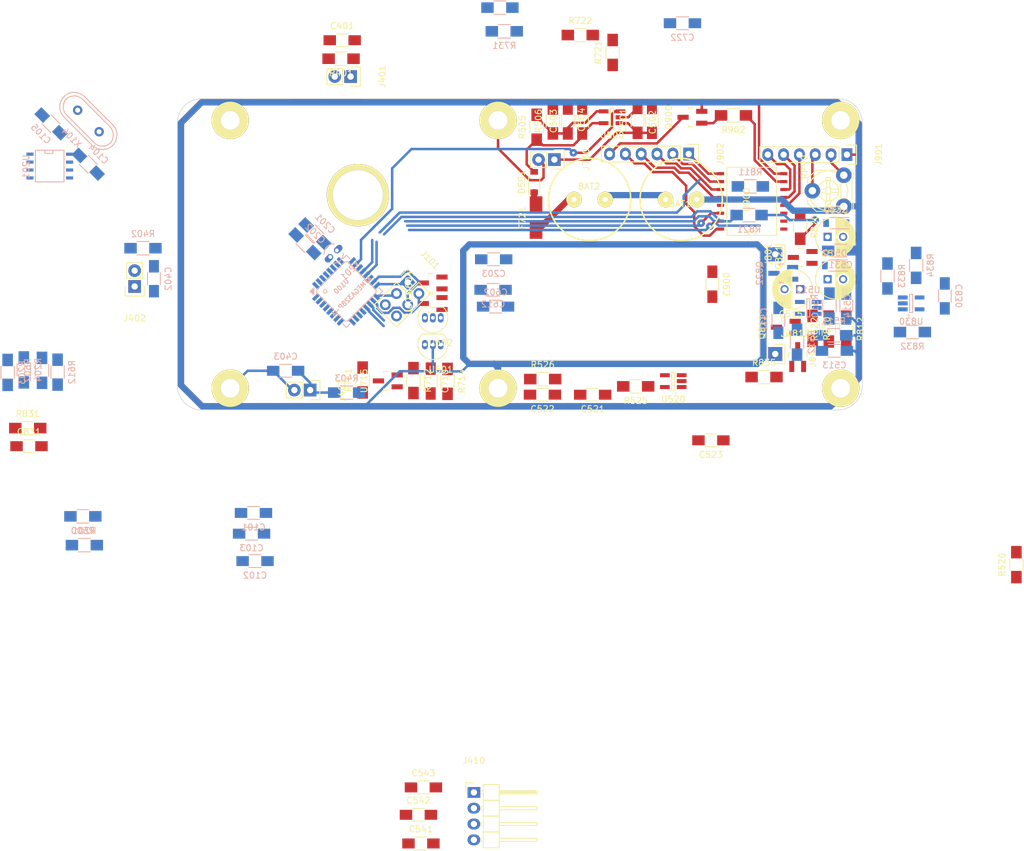
<source format=kicad_pcb>
(kicad_pcb (version 4) (host pcbnew 4.0.4-stable)
  (layers (0 F.Cu signal) (31 B.Cu signal) (34 B.Paste user) (35 F.Paste user) (36 B.SilkS user) (37 F.SilkS user) (38 B.Mask user) (39 F.Mask user) (44 Edge.Cuts user))
  (net 0 "")
  (net 1 "Net-(BAT1-Pad1)")
  (net 2 GND)
  (net 3 "Net-(BAT2-Pad1)")
  (net 4 VCC)
  (net 5 "Net-(C104-Pad2)")
  (net 6 "Net-(C105-Pad2)")
  (net 7 "Net-(C201-Pad1)")
  (net 8 "Net-(C202-Pad1)")
  (net 9 V_rtc)
  (net 10 BP1)
  (net 11 BP2)
  (net 12 BP3)
  (net 13 V_sol)
  (net 14 "Net-(C503-Pad1)")
  (net 15 "Net-(C504-Pad1)")
  (net 16 "Net-(C511-Pad1)")
  (net 17 "Net-(C513-Pad1)")
  (net 18 VPP)
  (net 19 "Net-(C522-Pad1)")
  (net 20 V_bat)
  (net 21 quadA)
  (net 22 quadB)
  (net 23 V_ref)
  (net 24 M_imot)
  (net 25 "Net-(J101-Pad1)")
  (net 26 "Net-(J101-Pad3)")
  (net 27 "Net-(J101-Pad4)")
  (net 28 "Net-(J101-Pad5)")
  (net 29 SDA)
  (net 30 SCL)
  (net 31 "Net-(J901-Pad3)")
  (net 32 "Net-(J901-Pad4)")
  (net 33 "Net-(J901-Pad5)")
  (net 34 "Net-(J901-Pad6)")
  (net 35 "Net-(J902-Pad1)")
  (net 36 "Net-(J902-Pad2)")
  (net 37 "Net-(J902-Pad3)")
  (net 38 "Net-(J902-Pad4)")
  (net 39 "Net-(J902-Pad6)")
  (net 40 "Net-(Q811-Pad1)")
  (net 41 "Net-(Q811-Pad2)")
  (net 42 "Net-(Q812-Pad1)")
  (net 43 "Net-(Q821-Pad1)")
  (net 44 "Net-(Q822-Pad1)")
  (net 45 "Net-(Q900-Pad1)")
  (net 46 alarm)
  (net 47 charge_OFF)
  (net 48 "Net-(R510-Pad2)")
  (net 49 VppEn)
  (net 50 "Net-(R711-Pad1)")
  (net 51 M_bat)
  (net 52 M_sol)
  (net 53 C_frw)
  (net 54 C_bkw)
  (net 55 "Net-(R831-Pad2)")
  (net 56 "Net-(R832-Pad2)")
  (net 57 "Net-(R833-Pad1)")
  (net 58 "Net-(R902-Pad1)")
  (net 59 "Net-(J802-Pad1)")
  (net 60 "Net-(J801-Pad1)")
  (module gdi:HFC1330 (layer F.Cu) (at 180.9 66.2)
    (fp_text reference BAT1 (at -0.2 0.7) (layer F.SilkS))
    (fp_text value BAT)
    (pad 1 thru_hole circle (at -2.5 0) (size 2.5 2.5) (drill 0.8) (layers *.Cu *.Mask F.SilkS) (net 1 "Net-(BAT1-Pad1)"))
    (pad 2 thru_hole circle (at 2.5 0) (size 2.5 2.5) (drill 0.8) (layers *.Cu *.Mask F.SilkS) (net 2 GND))
  )
  (module gdi:HFC1330 (layer F.Cu) (at 166.2 66.2)
    (fp_text reference BAT2 (at -0.1 -2.1) (layer F.SilkS))
    (fp_text value BAT)
    (pad 1 thru_hole circle (at -2.5 0) (size 2.5 2.5) (drill 0.8) (layers *.Cu *.Mask F.SilkS) (net 3 "Net-(BAT2-Pad1)"))
    (pad 2 thru_hole circle (at 2.5 0) (size 2.5 2.5) (drill 0.8) (layers *.Cu *.Mask F.SilkS) (net 1 "Net-(BAT1-Pad1)"))
  )
  (module Capacitors_SMD:C_1206_HandSoldering (layer B.Cu) (at 112.24 116.52)
    (fp_text reference C101 (at 0 2.3) (layer B.SilkS) (effects (justify mirror)))
    (fp_text value 10n)
    (pad 1 smd rect (at -2 0) (size 2 1.6) (layers B.Cu B.Paste B.Mask) (net 2 GND))
    (pad 2 smd rect (at 2 0) (size 2 1.6) (layers B.Cu B.Paste B.Mask) (net 4 VCC))
  )
  (module Capacitors_SMD:C_1206_HandSoldering (layer B.Cu) (at 112.49 124.25)
    (fp_text reference C102 (at 0 2.3) (layer B.SilkS) (effects (justify mirror)))
    (fp_text value 100n)
    (pad 1 smd rect (at -2 0) (size 2 1.6) (layers B.Cu B.Paste B.Mask) (net 2 GND))
    (pad 2 smd rect (at 2 0) (size 2 1.6) (layers B.Cu B.Paste B.Mask) (net 4 VCC))
  )
  (module Capacitors_SMD:C_1206_HandSoldering (layer B.Cu) (at 111.93 119.85)
    (fp_text reference C103 (at 0 2.3) (layer B.SilkS) (effects (justify mirror)))
    (fp_text value 10n)
    (pad 1 smd rect (at -2 0) (size 2 1.6) (layers B.Cu B.Paste B.Mask) (net 2 GND))
    (pad 2 smd rect (at 2 0) (size 2 1.6) (layers B.Cu B.Paste B.Mask) (net 4 VCC))
  )
  (module Capacitors_SMD:C_1206_HandSoldering (layer B.Cu) (at 85.715786 60.545786 135)
    (fp_text reference C104 (at 0 2.300001 135) (layer B.SilkS) (effects (justify mirror)))
    (fp_text value 10p)
    (pad 1 smd rect (at -2 0 135) (size 2 1.6) (layers B.Cu B.Paste B.Mask) (net 2 GND))
    (pad 2 smd rect (at 2 0 135) (size 2 1.6) (layers B.Cu B.Paste B.Mask) (net 5 "Net-(C104-Pad2)"))
  )
  (module Capacitors_SMD:C_1206_HandSoldering (layer B.Cu) (at 79.735786 54.055786 315)
    (fp_text reference C105 (at 0 2.300001 315) (layer B.SilkS) (effects (justify mirror)))
    (fp_text value 10p)
    (pad 1 smd rect (at -2 0 315) (size 2 1.6) (layers B.Cu B.Paste B.Mask) (net 2 GND))
    (pad 2 smd rect (at 2 0 315) (size 2 1.6) (layers B.Cu B.Paste B.Mask) (net 6 "Net-(C105-Pad2)"))
  )
  (module Capacitors_SMD:C_1206_HandSoldering (layer B.Cu) (at 122.1 71.7 135)
    (fp_text reference C201 (at 0 2.3 135) (layer B.SilkS) (effects (justify mirror)))
    (fp_text value 10p)
    (pad 1 smd rect (at -2 0 135) (size 2 1.6) (layers B.Cu B.Paste B.Mask) (net 7 "Net-(C201-Pad1)"))
    (pad 2 smd rect (at 2 0 135) (size 2 1.6) (layers B.Cu B.Paste B.Mask) (net 2 GND))
  )
  (module Capacitors_SMD:C_1206_HandSoldering (layer B.Cu) (at 120.5 73.3 135)
    (fp_text reference C202 (at 0 2.3 135) (layer B.SilkS) (effects (justify mirror)))
    (fp_text value 10p)
    (pad 1 smd rect (at -2 0 135) (size 2 1.6) (layers B.Cu B.Paste B.Mask) (net 8 "Net-(C202-Pad1)"))
    (pad 2 smd rect (at 2 0 135) (size 2 1.6) (layers B.Cu B.Paste B.Mask) (net 2 GND))
  )
  (module Capacitors_SMD:C_1206_HandSoldering (layer B.Cu) (at 150.8 75.8)
    (fp_text reference C203 (at 0 2.3) (layer B.SilkS) (effects (justify mirror)))
    (fp_text value 10n)
    (pad 1 smd rect (at -2 0) (size 2 1.6) (layers B.Cu B.Paste B.Mask) (net 9 V_rtc))
    (pad 2 smd rect (at 2 0) (size 2 1.6) (layers B.Cu B.Paste B.Mask) (net 2 GND))
  )
  (module Capacitors_SMD:C_1206_HandSoldering (layer F.Cu) (at 126.48 40.63)
    (fp_text reference C401 (at 0 -2.3) (layer F.SilkS))
    (fp_text value 10n)
    (pad 1 smd rect (at -2 0) (size 2 1.6) (layers F.Cu F.Paste F.Mask) (net 10 BP1))
    (pad 2 smd rect (at 2 0) (size 2 1.6) (layers F.Cu F.Paste F.Mask) (net 2 GND))
  )
  (module Capacitors_SMD:C_1206_HandSoldering (layer B.Cu) (at 96.26 78.92 90)
    (fp_text reference C402 (at 0 2.3 90) (layer B.SilkS) (effects (justify mirror)))
    (fp_text value 10n)
    (pad 1 smd rect (at -2 0 90) (size 2 1.6) (layers B.Cu B.Paste B.Mask) (net 11 BP2))
    (pad 2 smd rect (at 2 0 90) (size 2 1.6) (layers B.Cu B.Paste B.Mask) (net 2 GND))
  )
  (module Capacitors_SMD:C_1206_HandSoldering (layer B.Cu) (at 117.4 93.7 180)
    (fp_text reference C403 (at 0 2.3 180) (layer B.SilkS) (effects (justify mirror)))
    (fp_text value 10n)
    (pad 1 smd rect (at -2 0 180) (size 2 1.6) (layers B.Cu B.Paste B.Mask) (net 12 BP3))
    (pad 2 smd rect (at 2 0 180) (size 2 1.6) (layers B.Cu B.Paste B.Mask) (net 2 GND))
  )
  (module Capacitors_SMD:C_1206_HandSoldering (layer F.Cu) (at 173.9 53.5 90)
    (fp_text reference C501 (at 0 -2.3 90) (layer F.SilkS))
    (fp_text value 10uF)
    (pad 1 smd rect (at -2 0 90) (size 2 1.6) (layers F.Cu F.Paste F.Mask) (net 13 V_sol))
    (pad 2 smd rect (at 2 0 90) (size 2 1.6) (layers F.Cu F.Paste F.Mask) (net 2 GND))
  )
  (module Capacitors_SMD:C_1206_HandSoldering (layer F.Cu) (at 176.2 53.5 90)
    (fp_text reference C502 (at -0.3 0.1 90) (layer F.SilkS))
    (fp_text value 10n)
    (pad 1 smd rect (at -2 0 90) (size 2 1.6) (layers F.Cu F.Paste F.Mask) (net 13 V_sol))
    (pad 2 smd rect (at 2 0 90) (size 2 1.6) (layers F.Cu F.Paste F.Mask) (net 2 GND))
  )
  (module Capacitors_SMD:C_1206_HandSoldering (layer F.Cu) (at 162.7 53.6 90)
    (fp_text reference C503 (at 0 -2.3 90) (layer F.SilkS))
    (fp_text value 470p)
    (pad 1 smd rect (at -2 0 90) (size 2 1.6) (layers F.Cu F.Paste F.Mask) (net 14 "Net-(C503-Pad1)"))
    (pad 2 smd rect (at 2 0 90) (size 2 1.6) (layers F.Cu F.Paste F.Mask) (net 2 GND))
  )
  (module Capacitors_SMD:C_1206_HandSoldering (layer F.Cu) (at 165 53.6 90)
    (fp_text reference C504 (at 0.2 -0.1 90) (layer F.SilkS))
    (fp_text value 10uF)
    (pad 1 smd rect (at -2 0 90) (size 2 1.6) (layers F.Cu F.Paste F.Mask) (net 15 "Net-(C504-Pad1)"))
    (pad 2 smd rect (at 2 0 90) (size 2 1.6) (layers F.Cu F.Paste F.Mask) (net 2 GND))
  )
  (module Capacitors_ThroughHole:C_Radial_D6.3_L11.2_P2.5 (layer F.Cu) (at 204.4 79)
    (fp_text reference C511 (at 0.9 -4.1) (layer F.SilkS))
    (fp_text value 470uF)
    (pad 2 thru_hole circle (at 2.5 0) (size 1.3 1.3) (drill 0.8) (layers *.Cu *.Mask) (net 2 GND))
    (pad 1 thru_hole rect (at 0 0) (size 1.3 1.3) (drill 0.8) (layers *.Cu *.Mask) (net 16 "Net-(C511-Pad1)"))
  )
  (module Capacitors_SMD:C_1206_HandSoldering (layer B.Cu) (at 196.5 85.6 270)
    (fp_text reference C512 (at -0.1 2.3 270) (layer B.SilkS) (effects (justify mirror)))
    (fp_text value 10uF)
    (pad 1 smd rect (at -2 0 270) (size 2 1.6) (layers B.Cu B.Paste B.Mask) (net 4 VCC))
    (pad 2 smd rect (at 2 0 270) (size 2 1.6) (layers B.Cu B.Paste B.Mask) (net 2 GND))
  )
  (module Capacitors_SMD:C_1206_HandSoldering (layer B.Cu) (at 205.5 90.5)
    (fp_text reference C513 (at 0 2.3) (layer B.SilkS) (effects (justify mirror)))
    (fp_text value 470p)
    (pad 1 smd rect (at -2 0) (size 2 1.6) (layers B.Cu B.Paste B.Mask) (net 17 "Net-(C513-Pad1)"))
    (pad 2 smd rect (at 2 0) (size 2 1.6) (layers B.Cu B.Paste B.Mask) (net 2 GND))
  )
  (module Capacitors_SMD:C_1206_HandSoldering (layer B.Cu) (at 207.4 83.3 270)
    (fp_text reference C514 (at 0 -0.2 270) (layer B.SilkS) (effects (justify mirror)))
    (fp_text value 10uF)
    (pad 1 smd rect (at -2 0 270) (size 2 1.6) (layers B.Cu B.Paste B.Mask) (net 16 "Net-(C511-Pad1)"))
    (pad 2 smd rect (at 2 0 270) (size 2 1.6) (layers B.Cu B.Paste B.Mask) (net 2 GND))
  )
  (module Capacitors_ThroughHole:C_Radial_D6.3_L11.2_P2.5 (layer F.Cu) (at 200 80.6 180)
    (fp_text reference C515 (at 1.5 -4 180) (layer F.SilkS))
    (fp_text value 470uF)
    (pad 2 thru_hole circle (at 2.5 0 180) (size 1.3 1.3) (drill 0.8) (layers *.Cu *.Mask) (net 2 GND))
    (pad 1 thru_hole rect (at 0 0 180) (size 1.3 1.3) (drill 0.8) (layers *.Cu *.Mask) (net 4 VCC))
  )
  (module Capacitors_SMD:C_1206_HandSoldering (layer F.Cu) (at 166.69 97.54 180)
    (fp_text reference C521 (at 0 -2.3 180) (layer F.SilkS))
    (fp_text value 10uF)
    (pad 1 smd rect (at -2 0 180) (size 2 1.6) (layers F.Cu F.Paste F.Mask) (net 18 VPP))
    (pad 2 smd rect (at 2 0 180) (size 2 1.6) (layers F.Cu F.Paste F.Mask) (net 2 GND))
  )
  (module Capacitors_SMD:C_1206_HandSoldering (layer F.Cu) (at 158.63 97.53 180)
    (fp_text reference C522 (at 0 -2.3 180) (layer F.SilkS))
    (fp_text value 470p)
    (pad 1 smd rect (at -2 0 180) (size 2 1.6) (layers F.Cu F.Paste F.Mask) (net 19 "Net-(C522-Pad1)"))
    (pad 2 smd rect (at 2 0 180) (size 2 1.6) (layers F.Cu F.Paste F.Mask) (net 2 GND))
  )
  (module Capacitors_SMD:C_1206_HandSoldering (layer F.Cu) (at 185.67 104.86 180)
    (fp_text reference C523 (at 0 -2.3 180) (layer F.SilkS))
    (fp_text value 10uF)
    (pad 1 smd rect (at -2 0 180) (size 2 1.6) (layers F.Cu F.Paste F.Mask) (net 20 V_bat))
    (pad 2 smd rect (at 2 0 180) (size 2 1.6) (layers F.Cu F.Paste F.Mask) (net 2 GND))
  )
  (module Capacitors_SMD:C_1206_HandSoldering (layer B.Cu) (at 206.5 74.4)
    (fp_text reference C531 (at 0 2.3) (layer B.SilkS) (effects (justify mirror)))
    (fp_text value 10uF)
    (pad 1 smd rect (at -2 0) (size 2 1.6) (layers B.Cu B.Paste B.Mask) (net 9 V_rtc))
    (pad 2 smd rect (at 2 0) (size 2 1.6) (layers B.Cu B.Paste B.Mask) (net 2 GND))
  )
  (module Capacitors_ThroughHole:C_Radial_D6.3_L11.2_P2.5 (layer F.Cu) (at 204.4 72.2)
    (fp_text reference C532 (at 1.25 -4.4) (layer F.SilkS))
    (fp_text value 470uF)
    (pad 2 thru_hole circle (at 2.5 0) (size 1.3 1.3) (drill 0.8) (layers *.Cu *.Mask) (net 2 GND))
    (pad 1 thru_hole rect (at 0 0) (size 1.3 1.3) (drill 0.8) (layers *.Cu *.Mask) (net 9 V_rtc))
  )
  (module Capacitors_SMD:C_1206_HandSoldering (layer F.Cu) (at 139.12 169.58)
    (fp_text reference C541 (at 0 -2.3) (layer F.SilkS))
    (fp_text value 10n)
    (pad 1 smd rect (at -2 0) (size 2 1.6) (layers F.Cu F.Paste F.Mask) (net 4 VCC))
    (pad 2 smd rect (at 2 0) (size 2 1.6) (layers F.Cu F.Paste F.Mask) (net 2 GND))
  )
  (module Capacitors_SMD:C_1206_HandSoldering (layer F.Cu) (at 138.72 164.98)
    (fp_text reference C542 (at 0 -2.3) (layer F.SilkS))
    (fp_text value 100nF)
    (pad 1 smd rect (at -2 0) (size 2 1.6) (layers F.Cu F.Paste F.Mask) (net 4 VCC))
    (pad 2 smd rect (at 2 0) (size 2 1.6) (layers F.Cu F.Paste F.Mask) (net 2 GND))
  )
  (module Capacitors_SMD:C_1206_HandSoldering (layer F.Cu) (at 139.52 160.58)
    (fp_text reference C543 (at 0 -2.3) (layer F.SilkS))
    (fp_text value 10uF)
    (pad 1 smd rect (at -2 0) (size 2 1.6) (layers F.Cu F.Paste F.Mask) (net 4 VCC))
    (pad 2 smd rect (at 2 0) (size 2 1.6) (layers F.Cu F.Paste F.Mask) (net 2 GND))
  )
  (module Capacitors_SMD:C_1206_HandSoldering (layer B.Cu) (at 151.1 83.4 180)
    (fp_text reference C602 (at 0 2.3 180) (layer B.SilkS) (effects (justify mirror)))
    (fp_text value 100nF)
    (pad 1 smd rect (at -2 0 180) (size 2 1.6) (layers B.Cu B.Paste B.Mask) (net 21 quadA))
    (pad 2 smd rect (at 2 0 180) (size 2 1.6) (layers B.Cu B.Paste B.Mask) (net 2 GND))
  )
  (module Capacitors_SMD:C_1206_HandSoldering (layer B.Cu) (at 150.7 80.7)
    (fp_text reference C612 (at 0 2.3) (layer B.SilkS) (effects (justify mirror)))
    (fp_text value 100nF)
    (pad 1 smd rect (at -2 0) (size 2 1.6) (layers B.Cu B.Paste B.Mask) (net 2 GND))
    (pad 2 smd rect (at 2 0) (size 2 1.6) (layers B.Cu B.Paste B.Mask) (net 22 quadB))
  )
  (module Capacitors_SMD:C_1206_HandSoldering (layer F.Cu) (at 140.689999 95.35 270)
    (fp_text reference C710 (at 0 -2.3 270) (layer F.SilkS))
    (fp_text value 10n)
    (pad 1 smd rect (at -2 0 270) (size 2 1.6) (layers F.Cu F.Paste F.Mask) (net 23 V_ref))
    (pad 2 smd rect (at 2 0 270) (size 2 1.6) (layers F.Cu F.Paste F.Mask) (net 2 GND))
  )
  (module Capacitors_SMD:C_1206_HandSoldering (layer B.Cu) (at 181.1 37.9)
    (fp_text reference C722 (at 0 2.3) (layer B.SilkS) (effects (justify mirror)))
    (fp_text value 10uF)
    (pad 1 smd rect (at -2 0) (size 2 1.6) (layers B.Cu B.Paste B.Mask) (net 20 V_bat))
    (pad 2 smd rect (at 2 0) (size 2 1.6) (layers B.Cu B.Paste B.Mask) (net 2 GND))
  )
  (module Capacitors_SMD:C_1206_HandSoldering (layer B.Cu) (at 223.22 81.68 90)
    (fp_text reference C830 (at 0 2.3 90) (layer B.SilkS) (effects (justify mirror)))
    (fp_text value 100n)
    (pad 1 smd rect (at -2 0 90) (size 2 1.6) (layers B.Cu B.Paste B.Mask) (net 18 VPP))
    (pad 2 smd rect (at 2 0 90) (size 2 1.6) (layers B.Cu B.Paste B.Mask) (net 2 GND))
  )
  (module Capacitors_SMD:C_1206_HandSoldering (layer F.Cu) (at 76.2 105.8)
    (fp_text reference C831 (at 0 -2.3) (layer F.SilkS))
    (fp_text value 100n)
    (pad 1 smd rect (at -2 0) (size 2 1.6) (layers F.Cu F.Paste F.Mask) (net 24 M_imot))
    (pad 2 smd rect (at 2 0) (size 2 1.6) (layers F.Cu F.Paste F.Mask) (net 2 GND))
  )
  (module Capacitors_SMD:C_1206_HandSoldering (layer F.Cu) (at 185.9 79.8 270)
    (fp_text reference C900 (at 0 -2.3 270) (layer F.SilkS))
    (fp_text value 100nF)
    (pad 1 smd rect (at -2 0 270) (size 2 1.6) (layers F.Cu F.Paste F.Mask) (net 4 VCC))
    (pad 2 smd rect (at 2 0 270) (size 2 1.6) (layers F.Cu F.Paste F.Mask) (net 2 GND))
  )
  (module Diodes_SMD:SOD-123 (layer F.Cu) (at 157.3 63.4 90)
    (fp_text reference D501 (at 0 -2 90) (layer F.SilkS))
    (fp_text value SCHOTTKY)
    (pad 1 smd rect (at -1.635 0 90) (size 0.91 1.22) (layers F.Cu F.Paste F.Mask) (net 20 V_bat))
    (pad 2 smd rect (at 1.635 0 90) (size 0.91 1.22) (layers F.Cu F.Paste F.Mask) (net 15 "Net-(C504-Pad1)"))
  )
  (module Diodes_SMD:SOD-123 (layer B.Cu) (at 205.6 76.8 180)
    (fp_text reference D510 (at 0 2 180) (layer B.SilkS) (effects (justify mirror)))
    (fp_text value SCHOTTKY)
    (pad 1 smd rect (at -1.635 0 180) (size 0.91 1.22) (layers B.Cu B.Paste B.Mask) (net 16 "Net-(C511-Pad1)"))
    (pad 2 smd rect (at 1.635 0 180) (size 0.91 1.22) (layers B.Cu B.Paste B.Mask) (net 20 V_bat))
  )
  (module Diodes_SMD:SOD-123 (layer B.Cu) (at 205.8 70 180)
    (fp_text reference D530 (at 0 2 180) (layer B.SilkS) (effects (justify mirror)))
    (fp_text value SCHOTTKY)
    (pad 1 smd rect (at -1.635 0 180) (size 0.91 1.22) (layers B.Cu B.Paste B.Mask) (net 9 V_rtc))
    (pad 2 smd rect (at 1.635 0 180) (size 0.91 1.22) (layers B.Cu B.Paste B.Mask) (net 4 VCC))
  )
  (module Fuse_Holders_and_Fuses:Fuse_SMD1206_HandSoldering (layer F.Cu) (at 157.6 69.1 90)
    (fp_text reference F721 (at -0.0508 -2.19964 90) (layer F.SilkS))
    (fp_text value 5A)
    (pad 1 smd rect (at -2.08534 0 180) (size 2.02946 2.65176) (layers F.Cu F.Paste F.Mask) (net 3 "Net-(BAT2-Pad1)"))
    (pad 2 smd rect (at 2.08534 0 180) (size 2.02946 2.65176) (layers F.Cu F.Paste F.Mask) (net 20 V_bat))
  )
  (module gdi:3mm_screw (layer F.Cu) (at 108.5 96.5)
    (fp_text reference H1 (at 0 0.5) (layer F.SilkS))
    (fp_text value hole)
    (pad 1 thru_hole circle (at 0 0) (size 6 6) (drill 3) (layers *.Mask F.Cu F.SilkS) (net 2 GND))
    (pad 1 thru_hole circle (at 0 0) (size 4 4) (drill 3) (layers *.Cu *.Mask F.SilkS) (net 2 GND))
  )
  (module gdi:3mm_screw (layer F.Cu) (at 151.5 96.5)
    (fp_text reference H2 (at 0 0.5) (layer F.SilkS))
    (fp_text value hole)
    (pad 1 thru_hole circle (at 0 0) (size 6 6) (drill 3) (layers *.Mask F.Cu F.SilkS) (net 2 GND))
    (pad 1 thru_hole circle (at 0 0) (size 4 4) (drill 3) (layers *.Cu *.Mask F.SilkS) (net 2 GND))
  )
  (module gdi:3mm_screw (layer F.Cu) (at 206.5 96.5)
    (fp_text reference H3 (at 0 0.5) (layer F.SilkS))
    (fp_text value hole)
    (pad 1 thru_hole circle (at 0 0) (size 6 6) (drill 3) (layers *.Mask F.Cu F.SilkS) (net 2 GND))
    (pad 1 thru_hole circle (at 0 0) (size 4 4) (drill 3) (layers *.Cu *.Mask F.SilkS) (net 2 GND))
  )
  (module gdi:3mm_screw (layer F.Cu) (at 206.5 53.5)
    (fp_text reference H4 (at 0 0.5) (layer F.SilkS))
    (fp_text value hole)
    (pad 1 thru_hole circle (at 0 0) (size 6 6) (drill 3) (layers *.Mask F.Cu F.SilkS) (net 2 GND))
    (pad 1 thru_hole circle (at 0 0) (size 4 4) (drill 3) (layers *.Cu *.Mask F.SilkS) (net 2 GND))
  )
  (module gdi:3mm_screw (layer F.Cu) (at 151.5 53.5)
    (fp_text reference H5 (at 0 0.5) (layer F.SilkS))
    (fp_text value hole)
    (pad 1 thru_hole circle (at 0 0) (size 6 6) (drill 3) (layers *.Mask F.Cu F.SilkS) (net 2 GND))
    (pad 1 thru_hole circle (at 0 0) (size 4 4) (drill 3) (layers *.Cu *.Mask F.SilkS) (net 2 GND))
  )
  (module gdi:3mm_screw (layer F.Cu) (at 108.5 53.5)
    (fp_text reference H6 (at 0 0.5) (layer F.SilkS))
    (fp_text value hole)
    (pad 1 thru_hole circle (at 0 0) (size 6 6) (drill 3) (layers *.Mask F.Cu F.SilkS) (net 2 GND))
    (pad 1 thru_hole circle (at 0 0) (size 4 4) (drill 3) (layers *.Cu *.Mask F.SilkS) (net 2 GND))
  )
  (module gdi:MF85 (layer F.Cu) (at 129 65.5)
    (fp_text reference H7 (at 0 0.5) (layer F.SilkS))
    (fp_text value hole)
    (pad 1 thru_hole circle (at 0 0) (size 10 10) (drill 8) (layers *.Cu *.Mask F.SilkS) (net 2 GND))
  )
  (module Pin_Headers:Pin_Header_Straight_2x03 (layer F.Cu) (at 136.996051 79.503949 315)
    (fp_text reference J101 (at 0 -5.1 315) (layer F.SilkS))
    (fp_text value HEADER_3x2)
    (pad 1 thru_hole rect (at 0 0 315) (size 1.7272 1.7272) (drill 1.016) (layers *.Cu *.Mask) (net 25 "Net-(J101-Pad1)"))
    (pad 2 thru_hole oval (at 2.54 0 315) (size 1.7272 1.7272) (drill 1.016) (layers *.Cu *.Mask) (net 4 VCC))
    (pad 3 thru_hole oval (at 0 2.54 315) (size 1.7272 1.7272) (drill 1.016) (layers *.Cu *.Mask) (net 26 "Net-(J101-Pad3)"))
    (pad 4 thru_hole oval (at 2.54 2.54 315) (size 1.7272 1.7272) (drill 1.016) (layers *.Cu *.Mask) (net 27 "Net-(J101-Pad4)"))
    (pad 5 thru_hole oval (at 0 5.08 315) (size 1.7272 1.7272) (drill 1.016) (layers *.Cu *.Mask) (net 28 "Net-(J101-Pad5)"))
    (pad 6 thru_hole oval (at 2.54 5.08 315) (size 1.7272 1.7272) (drill 1.016) (layers *.Cu *.Mask) (net 2 GND))
  )
  (module Pin_Headers:Pin_Header_Straight_1x02 (layer F.Cu) (at 127.83 46.47 270)
    (fp_text reference J401 (at 0 -5.1 270) (layer F.SilkS))
    (fp_text value HEADER_2)
    (pad 1 thru_hole rect (at 0 0 270) (size 2.032 2.032) (drill 1.016) (layers *.Cu *.Mask) (net 10 BP1))
    (pad 2 thru_hole oval (at 0 2.54 270) (size 2.032 2.032) (drill 1.016) (layers *.Cu *.Mask) (net 2 GND))
  )
  (module Pin_Headers:Pin_Header_Straight_1x02 (layer F.Cu) (at 93.16 80.16 180)
    (fp_text reference J402 (at 0 -5.1 180) (layer F.SilkS))
    (fp_text value HEADER_2)
    (pad 1 thru_hole rect (at 0 0 180) (size 2.032 2.032) (drill 1.016) (layers *.Cu *.Mask) (net 11 BP2))
    (pad 2 thru_hole oval (at 0 2.54 180) (size 2.032 2.032) (drill 1.016) (layers *.Cu *.Mask) (net 2 GND))
  )
  (module Pin_Headers:Pin_Header_Straight_1x02 (layer F.Cu) (at 121.34 96.8 270)
    (fp_text reference J403 (at 0 -5.1 270) (layer F.SilkS))
    (fp_text value HEADER_2)
    (pad 1 thru_hole rect (at 0 0 270) (size 2.032 2.032) (drill 1.016) (layers *.Cu *.Mask) (net 12 BP3))
    (pad 2 thru_hole oval (at 0 2.54 270) (size 2.032 2.032) (drill 1.016) (layers *.Cu *.Mask) (net 2 GND))
  )
  (module Pin_Headers:Pin_Header_Angled_1x04 (layer F.Cu) (at 147.62 161.38)
    (fp_text reference J410 (at 0 -5.1) (layer F.SilkS))
    (fp_text value HEADER_4)
    (pad 1 thru_hole rect (at 0 0) (size 2.032 1.7272) (drill 1.016) (layers *.Cu *.Mask) (net 2 GND))
    (pad 2 thru_hole oval (at 0 2.54) (size 2.032 1.7272) (drill 1.016) (layers *.Cu *.Mask) (net 29 SDA))
    (pad 3 thru_hole oval (at 0 5.08) (size 2.032 1.7272) (drill 1.016) (layers *.Cu *.Mask) (net 30 SCL))
    (pad 4 thru_hole oval (at 0 7.62) (size 2.032 1.7272) (drill 1.016) (layers *.Cu *.Mask) (net 4 VCC))
  )
  (module Pin_Headers:Pin_Header_Straight_1x02 (layer F.Cu) (at 160.54 59.8 270)
    (fp_text reference J730 (at 0 -5.1 270) (layer F.SilkS))
    (fp_text value HEADER_2)
    (pad 1 thru_hole rect (at 0 0 270) (size 2.032 2.032) (drill 1.016) (layers *.Cu *.Mask) (net 13 V_sol))
    (pad 2 thru_hole oval (at 0 2.54 270) (size 2.032 2.032) (drill 1.016) (layers *.Cu *.Mask) (net 2 GND))
  )
  (module Pin_Headers:Pin_Header_Straight_1x06 (layer F.Cu) (at 207.5 59 270)
    (fp_text reference J901 (at 0 -5.1 270) (layer F.SilkS))
    (fp_text value HEADER_6)
    (pad 1 thru_hole rect (at 0 0 270) (size 2.032 1.7272) (drill 1.016) (layers *.Cu *.Mask) (net 2 GND))
    (pad 2 thru_hole oval (at 0 2.54 270) (size 2.032 1.7272) (drill 1.016) (layers *.Cu *.Mask) (net 4 VCC))
    (pad 3 thru_hole oval (at 0 5.08 270) (size 2.032 1.7272) (drill 1.016) (layers *.Cu *.Mask) (net 31 "Net-(J901-Pad3)"))
    (pad 4 thru_hole oval (at 0 7.62 270) (size 2.032 1.7272) (drill 1.016) (layers *.Cu *.Mask) (net 32 "Net-(J901-Pad4)"))
    (pad 5 thru_hole oval (at 0 10.16 270) (size 2.032 1.7272) (drill 1.016) (layers *.Cu *.Mask) (net 33 "Net-(J901-Pad5)"))
    (pad 6 thru_hole oval (at 0 12.7 270) (size 2.032 1.7272) (drill 1.016) (layers *.Cu *.Mask) (net 34 "Net-(J901-Pad6)"))
  )
  (module Pin_Headers:Pin_Header_Straight_1x06 (layer F.Cu) (at 182.1 58.9 270)
    (fp_text reference J902 (at 0 -5.1 270) (layer F.SilkS))
    (fp_text value HEADER_6)
    (pad 1 thru_hole rect (at 0 0 270) (size 2.032 1.7272) (drill 1.016) (layers *.Cu *.Mask) (net 35 "Net-(J902-Pad1)"))
    (pad 2 thru_hole oval (at 0 2.54 270) (size 2.032 1.7272) (drill 1.016) (layers *.Cu *.Mask) (net 36 "Net-(J902-Pad2)"))
    (pad 3 thru_hole oval (at 0 5.08 270) (size 2.032 1.7272) (drill 1.016) (layers *.Cu *.Mask) (net 37 "Net-(J902-Pad3)"))
    (pad 4 thru_hole oval (at 0 7.62 270) (size 2.032 1.7272) (drill 1.016) (layers *.Cu *.Mask) (net 38 "Net-(J902-Pad4)"))
    (pad 5 thru_hole oval (at 0 10.16 270) (size 2.032 1.7272) (drill 1.016) (layers *.Cu *.Mask) (net 4 VCC))
    (pad 6 thru_hole oval (at 0 12.7 270) (size 2.032 1.7272) (drill 1.016) (layers *.Cu *.Mask) (net 39 "Net-(J902-Pad6)"))
  )
  (module TO_SOT_Packages_SMD:SOT-23_Handsoldering (layer F.Cu) (at 197.7 86.7 90)
    (fp_text reference Q811 (at 0 -3.81 90) (layer F.SilkS))
    (fp_text value PBSS4320)
    (pad 1 smd rect (at -0.95 1.50114 90) (size 0.8001 1.80086) (layers F.Cu F.Paste F.Mask) (net 40 "Net-(Q811-Pad1)"))
    (pad 2 smd rect (at 0.95 1.50114 90) (size 0.8001 1.80086) (layers F.Cu F.Paste F.Mask) (net 41 "Net-(Q811-Pad2)"))
    (pad 3 smd rect (at 0 -1.50114 90) (size 0.8001 1.80086) (layers F.Cu F.Paste F.Mask) (net 59 "Net-(J802-Pad1)"))
  )
  (module TO_SOT_Packages_SMD:SOT-23_Handsoldering (layer F.Cu) (at 199.6 91.5)
    (fp_text reference Q812 (at 0 -3.81) (layer F.SilkS))
    (fp_text value PBSS5350)
    (pad 1 smd rect (at -0.95 1.50114) (size 0.8001 1.80086) (layers F.Cu F.Paste F.Mask) (net 42 "Net-(Q812-Pad1)"))
    (pad 2 smd rect (at 0.95 1.50114) (size 0.8001 1.80086) (layers F.Cu F.Paste F.Mask) (net 18 VPP))
    (pad 3 smd rect (at 0 -1.50114) (size 0.8001 1.80086) (layers F.Cu F.Paste F.Mask) (net 59 "Net-(J802-Pad1)"))
  )
  (module TO_SOT_Packages_SMD:SOT-23_Handsoldering (layer F.Cu) (at 200.4 75.5 90)
    (fp_text reference Q821 (at 0 -3.81 90) (layer F.SilkS))
    (fp_text value PBSS4320)
    (pad 1 smd rect (at -0.95 1.50114 90) (size 0.8001 1.80086) (layers F.Cu F.Paste F.Mask) (net 43 "Net-(Q821-Pad1)"))
    (pad 2 smd rect (at 0.95 1.50114 90) (size 0.8001 1.80086) (layers F.Cu F.Paste F.Mask) (net 41 "Net-(Q811-Pad2)"))
    (pad 3 smd rect (at 0 -1.50114 90) (size 0.8001 1.80086) (layers F.Cu F.Paste F.Mask) (net 60 "Net-(J801-Pad1)"))
  )
  (module TO_SOT_Packages_SMD:SOT-23_Handsoldering (layer B.Cu) (at 197.29886 78.05 270)
    (fp_text reference Q822 (at 0 3.81 270) (layer B.SilkS) (effects (justify mirror)))
    (fp_text value PBSS5350)
    (pad 1 smd rect (at -0.95 -1.50114 270) (size 0.8001 1.80086) (layers B.Cu B.Paste B.Mask) (net 44 "Net-(Q822-Pad1)"))
    (pad 2 smd rect (at 0.95 -1.50114 270) (size 0.8001 1.80086) (layers B.Cu B.Paste B.Mask) (net 18 VPP))
    (pad 3 smd rect (at 0 1.50114 270) (size 0.8001 1.80086) (layers B.Cu B.Paste B.Mask) (net 60 "Net-(J801-Pad1)"))
  )
  (module TO_SOT_Packages_SMD:SOT-23_Handsoldering (layer F.Cu) (at 182.7 53 90)
    (fp_text reference Q900 (at 0 -3.81 90) (layer F.SilkS))
    (fp_text value PBSS4320)
    (pad 1 smd rect (at -0.95 1.50114 90) (size 0.8001 1.80086) (layers F.Cu F.Paste F.Mask) (net 45 "Net-(Q900-Pad1)"))
    (pad 2 smd rect (at 0.95 1.50114 90) (size 0.8001 1.80086) (layers F.Cu F.Paste F.Mask) (net 2 GND))
    (pad 3 smd rect (at 0 -1.50114 90) (size 0.8001 1.80086) (layers F.Cu F.Paste F.Mask) (net 39 "Net-(J902-Pad6)"))
  )
  (module Resistors_SMD:R_1206_HandSoldering (layer B.Cu) (at 85.09 121.69 180)
    (fp_text reference R201 (at 0 2.3 180) (layer B.SilkS) (effects (justify mirror)))
    (fp_text value 10k)
    (pad 1 smd rect (at -2 0 180) (size 2 1.7) (layers B.Cu B.Paste B.Mask) (net 4 VCC))
    (pad 2 smd rect (at 2 0 180) (size 2 1.7) (layers B.Cu B.Paste B.Mask) (net 46 alarm))
  )
  (module Resistors_SMD:R_1206_HandSoldering (layer B.Cu) (at 72.77 93.96 90)
    (fp_text reference R203 (at 0 2.3 90) (layer B.SilkS) (effects (justify mirror)))
    (fp_text value 2.2k)
    (pad 1 smd rect (at -2 0 90) (size 2 1.7) (layers B.Cu B.Paste B.Mask) (net 4 VCC))
    (pad 2 smd rect (at 2 0 90) (size 2 1.7) (layers B.Cu B.Paste B.Mask) (net 30 SCL))
  )
  (module Resistors_SMD:R_1206_HandSoldering (layer B.Cu) (at 75.37 93.56 90)
    (fp_text reference R204 (at 0 2.3 90) (layer B.SilkS) (effects (justify mirror)))
    (fp_text value 2.2k)
    (pad 1 smd rect (at -2 0 90) (size 2 1.7) (layers B.Cu B.Paste B.Mask) (net 4 VCC))
    (pad 2 smd rect (at 2 0 90) (size 2 1.7) (layers B.Cu B.Paste B.Mask) (net 29 SDA))
  )
  (module Resistors_SMD:R_1206_HandSoldering (layer F.Cu) (at 126.3 43.6 180)
    (fp_text reference R401 (at 0 -2.3 180) (layer F.SilkS))
    (fp_text value 10k)
    (pad 1 smd rect (at -2 0 180) (size 2 1.7) (layers F.Cu F.Paste F.Mask) (net 4 VCC))
    (pad 2 smd rect (at 2 0 180) (size 2 1.7) (layers F.Cu F.Paste F.Mask) (net 10 BP1))
  )
  (module Resistors_SMD:R_1206_HandSoldering (layer B.Cu) (at 94.5 74.02 180)
    (fp_text reference R402 (at 0 2.3 180) (layer B.SilkS) (effects (justify mirror)))
    (fp_text value 10k)
    (pad 1 smd rect (at -2 0 180) (size 2 1.7) (layers B.Cu B.Paste B.Mask) (net 4 VCC))
    (pad 2 smd rect (at 2 0 180) (size 2 1.7) (layers B.Cu B.Paste B.Mask) (net 11 BP2))
  )
  (module Resistors_SMD:R_1206_HandSoldering (layer B.Cu) (at 127.2 97.2 180)
    (fp_text reference R403 (at 0 2.3 180) (layer B.SilkS) (effects (justify mirror)))
    (fp_text value 10k)
    (pad 1 smd rect (at -2 0 180) (size 2 1.7) (layers B.Cu B.Paste B.Mask) (net 4 VCC))
    (pad 2 smd rect (at 2 0 180) (size 2 1.7) (layers B.Cu B.Paste B.Mask) (net 12 BP3))
  )
  (module Resistors_SMD:R_1206_HandSoldering (layer B.Cu) (at 84.85 117.07)
    (fp_text reference R500 (at 0 2.3) (layer B.SilkS) (effects (justify mirror)))
    (fp_text value 10k)
    (pad 1 smd rect (at -2 0) (size 2 1.7) (layers B.Cu B.Paste B.Mask) (net 4 VCC))
    (pad 2 smd rect (at 2 0) (size 2 1.7) (layers B.Cu B.Paste B.Mask) (net 47 charge_OFF))
  )
  (module Resistors_SMD:R_1206_HandSoldering (layer F.Cu) (at 157.7 54.6 90)
    (fp_text reference R505 (at 0 -2.3 90) (layer F.SilkS))
    (fp_text value tbd)
    (pad 1 smd rect (at -2 0 90) (size 2 1.7) (layers F.Cu F.Paste F.Mask) (net 15 "Net-(C504-Pad1)"))
    (pad 2 smd rect (at 2 0 90) (size 2 1.7) (layers F.Cu F.Paste F.Mask) (net 14 "Net-(C503-Pad1)"))
  )
  (module Resistors_SMD:R_1206_HandSoldering (layer F.Cu) (at 160.3 53.6 90)
    (fp_text reference R506 (at 0 -2.3 90) (layer F.SilkS))
    (fp_text value tbd)
    (pad 1 smd rect (at -2 0 90) (size 2 1.7) (layers F.Cu F.Paste F.Mask) (net 14 "Net-(C503-Pad1)"))
    (pad 2 smd rect (at 2 0 90) (size 2 1.7) (layers F.Cu F.Paste F.Mask) (net 2 GND))
  )
  (module Resistors_SMD:R_1206_HandSoldering (layer B.Cu) (at 204.7 83.3 270)
    (fp_text reference R510 (at 0 2.3 270) (layer B.SilkS) (effects (justify mirror)))
    (fp_text value 10k)
    (pad 1 smd rect (at -2 0 270) (size 2 1.7) (layers B.Cu B.Paste B.Mask) (net 16 "Net-(C511-Pad1)"))
    (pad 2 smd rect (at 2 0 270) (size 2 1.7) (layers B.Cu B.Paste B.Mask) (net 48 "Net-(R510-Pad2)"))
  )
  (module Resistors_SMD:R_1206_HandSoldering (layer B.Cu) (at 205.4 88 180)
    (fp_text reference R511 (at 0 2.3 180) (layer B.SilkS) (effects (justify mirror)))
    (fp_text value 100k)
    (pad 1 smd rect (at -2 0 180) (size 2 1.7) (layers B.Cu B.Paste B.Mask) (net 2 GND))
    (pad 2 smd rect (at 2 0 180) (size 2 1.7) (layers B.Cu B.Paste B.Mask) (net 17 "Net-(C513-Pad1)"))
  )
  (module Resistors_SMD:R_1206_HandSoldering (layer B.Cu) (at 199.5 89.1 90)
    (fp_text reference R512 (at 0 2.3 90) (layer B.SilkS) (effects (justify mirror)))
    (fp_text value 33k)
    (pad 1 smd rect (at -2 0 90) (size 2 1.7) (layers B.Cu B.Paste B.Mask) (net 17 "Net-(C513-Pad1)"))
    (pad 2 smd rect (at 2 0 90) (size 2 1.7) (layers B.Cu B.Paste B.Mask) (net 4 VCC))
  )
  (module Resistors_SMD:R_1206_HandSoldering (layer F.Cu) (at 234.71 124.82 90)
    (fp_text reference R520 (at 0 -2.3 90) (layer F.SilkS))
    (fp_text value 10k)
    (pad 1 smd rect (at -2 0 90) (size 2 1.7) (layers F.Cu F.Paste F.Mask) (net 2 GND))
    (pad 2 smd rect (at 2 0 90) (size 2 1.7) (layers F.Cu F.Paste F.Mask) (net 49 VppEn))
  )
  (module Resistors_SMD:R_1206_HandSoldering (layer F.Cu) (at 173.6 96.2 180)
    (fp_text reference R525 (at 0 -2.3 180) (layer F.SilkS))
    (fp_text value tbd)
    (pad 1 smd rect (at -2 0 180) (size 2 1.7) (layers F.Cu F.Paste F.Mask) (net 19 "Net-(C522-Pad1)"))
    (pad 2 smd rect (at 2 0 180) (size 2 1.7) (layers F.Cu F.Paste F.Mask) (net 18 VPP))
  )
  (module Resistors_SMD:R_1206_HandSoldering (layer F.Cu) (at 158.67 95.03)
    (fp_text reference R526 (at 0 -2.3) (layer F.SilkS))
    (fp_text value tbd)
    (pad 1 smd rect (at -2 0) (size 2 1.7) (layers F.Cu F.Paste F.Mask) (net 2 GND))
    (pad 2 smd rect (at 2 0) (size 2 1.7) (layers F.Cu F.Paste F.Mask) (net 19 "Net-(C522-Pad1)"))
  )
  (module Resistors_SMD:R_1206_HandSoldering (layer B.Cu) (at 78.29 93.63 270)
    (fp_text reference R602 (at 0 2.3 270) (layer B.SilkS) (effects (justify mirror)))
    (fp_text value 4k7)
    (pad 1 smd rect (at -2 0 270) (size 2 1.7) (layers B.Cu B.Paste B.Mask) (net 21 quadA))
    (pad 2 smd rect (at 2 0 270) (size 2 1.7) (layers B.Cu B.Paste B.Mask) (net 4 VCC))
  )
  (module Resistors_SMD:R_1206_HandSoldering (layer B.Cu) (at 80.79 93.92 90)
    (fp_text reference R612 (at 0 2.3 90) (layer B.SilkS) (effects (justify mirror)))
    (fp_text value 4k7)
    (pad 1 smd rect (at -2 0 90) (size 2 1.7) (layers B.Cu B.Paste B.Mask) (net 4 VCC))
    (pad 2 smd rect (at 2 0 90) (size 2 1.7) (layers B.Cu B.Paste B.Mask) (net 22 quadB))
  )
  (module Resistors_SMD:R_1206_HandSoldering (layer F.Cu) (at 129.76 95.18 90)
    (fp_text reference R711 (at 0 -2.3 90) (layer F.SilkS))
    (fp_text value 10k)
    (pad 1 smd rect (at -2 0 90) (size 2 1.7) (layers F.Cu F.Paste F.Mask) (net 50 "Net-(R711-Pad1)"))
    (pad 2 smd rect (at 2 0 90) (size 2 1.7) (layers F.Cu F.Paste F.Mask) (net 2 GND))
  )
  (module Resistors_SMD:R_1206_HandSoldering (layer F.Cu) (at 137.92 95.27 270)
    (fp_text reference R712 (at 0 -2.3 270) (layer F.SilkS))
    (fp_text value 4.7k)
    (pad 1 smd rect (at -2 0 270) (size 2 1.7) (layers F.Cu F.Paste F.Mask) (net 23 V_ref))
    (pad 2 smd rect (at 2 0 270) (size 2 1.7) (layers F.Cu F.Paste F.Mask) (net 50 "Net-(R711-Pad1)"))
  )
  (module Resistors_SMD:R_1206_HandSoldering (layer F.Cu) (at 143.39 95.4 270)
    (fp_text reference R714 (at 0 -2.3 270) (layer F.SilkS))
    (fp_text value 10k)
    (pad 1 smd rect (at -2 0 270) (size 2 1.7) (layers F.Cu F.Paste F.Mask) (net 18 VPP))
    (pad 2 smd rect (at 2 0 270) (size 2 1.7) (layers F.Cu F.Paste F.Mask) (net 23 V_ref))
  )
  (module Resistors_SMD:R_1206_HandSoldering (layer F.Cu) (at 169.9 42.6 90)
    (fp_text reference R721 (at 0 -2.3 90) (layer F.SilkS))
    (fp_text value 4.7k)
    (pad 1 smd rect (at -2 0 90) (size 2 1.7) (layers F.Cu F.Paste F.Mask) (net 2 GND))
    (pad 2 smd rect (at 2 0 90) (size 2 1.7) (layers F.Cu F.Paste F.Mask) (net 51 M_bat))
  )
  (module Resistors_SMD:R_1206_HandSoldering (layer F.Cu) (at 164.7 39.8)
    (fp_text reference R722 (at 0 -2.3) (layer F.SilkS))
    (fp_text value 10k)
    (pad 1 smd rect (at -2 0) (size 2 1.7) (layers F.Cu F.Paste F.Mask) (net 20 V_bat))
    (pad 2 smd rect (at 2 0) (size 2 1.7) (layers F.Cu F.Paste F.Mask) (net 51 M_bat))
  )
  (module Resistors_SMD:R_1206_HandSoldering (layer B.Cu) (at 152.5 39.2)
    (fp_text reference R731 (at 0 2.3) (layer B.SilkS) (effects (justify mirror)))
    (fp_text value 10k)
    (pad 1 smd rect (at -2 0) (size 2 1.7) (layers B.Cu B.Paste B.Mask) (net 52 M_sol))
    (pad 2 smd rect (at 2 0) (size 2 1.7) (layers B.Cu B.Paste B.Mask) (net 13 V_sol))
  )
  (module Resistors_SMD:R_1206_HandSoldering (layer B.Cu) (at 151.8 35.4 180)
    (fp_text reference R732 (at 0 2.3 180) (layer B.SilkS) (effects (justify mirror)))
    (fp_text value 2.2k)
    (pad 1 smd rect (at -2 0 180) (size 2 1.7) (layers B.Cu B.Paste B.Mask) (net 52 M_sol))
    (pad 2 smd rect (at 2 0 180) (size 2 1.7) (layers B.Cu B.Paste B.Mask) (net 2 GND))
  )
  (module Resistors_SMD:R_1206_HandSoldering (layer F.Cu) (at 202 86.9 270)
    (fp_text reference R810 (at 0 -2.3 270) (layer F.SilkS))
    (fp_text value 3k3)
    (pad 1 smd rect (at -2 0 270) (size 2 1.7) (layers F.Cu F.Paste F.Mask) (net 41 "Net-(Q811-Pad2)"))
    (pad 2 smd rect (at 2 0 270) (size 2 1.7) (layers F.Cu F.Paste F.Mask) (net 40 "Net-(Q811-Pad1)"))
  )
  (module Resistors_SMD:R_1206_HandSoldering (layer B.Cu) (at 192 64.1 180)
    (fp_text reference R811 (at 0 2.3 180) (layer B.SilkS) (effects (justify mirror)))
    (fp_text value 330)
    (pad 1 smd rect (at -2 0 180) (size 2 1.7) (layers B.Cu B.Paste B.Mask) (net 40 "Net-(Q811-Pad1)"))
    (pad 2 smd rect (at 2 0 180) (size 2 1.7) (layers B.Cu B.Paste B.Mask) (net 53 C_frw))
  )
  (module Resistors_SMD:R_1206_HandSoldering (layer F.Cu) (at 207.4 87 270)
    (fp_text reference R812 (at 0 -2.3 270) (layer F.SilkS))
    (fp_text value 330)
    (pad 1 smd rect (at -2 0 270) (size 2 1.7) (layers F.Cu F.Paste F.Mask) (net 60 "Net-(J801-Pad1)"))
    (pad 2 smd rect (at 2 0 270) (size 2 1.7) (layers F.Cu F.Paste F.Mask) (net 42 "Net-(Q812-Pad1)"))
  )
  (module Resistors_SMD:R_1206_HandSoldering (layer F.Cu) (at 200 70.5 270)
    (fp_text reference R820 (at 0 -2.3 270) (layer F.SilkS))
    (fp_text value 3k3)
    (pad 1 smd rect (at -2 0 270) (size 2 1.7) (layers F.Cu F.Paste F.Mask) (net 41 "Net-(Q811-Pad2)"))
    (pad 2 smd rect (at 2 0 270) (size 2 1.7) (layers F.Cu F.Paste F.Mask) (net 43 "Net-(Q821-Pad1)"))
  )
  (module Resistors_SMD:R_1206_HandSoldering (layer B.Cu) (at 191.8 68.7)
    (fp_text reference R821 (at 0 2.3) (layer B.SilkS) (effects (justify mirror)))
    (fp_text value 330)
    (pad 1 smd rect (at -2 0) (size 2 1.7) (layers B.Cu B.Paste B.Mask) (net 54 C_bkw))
    (pad 2 smd rect (at 2 0) (size 2 1.7) (layers B.Cu B.Paste B.Mask) (net 43 "Net-(Q821-Pad1)"))
  )
  (module Resistors_SMD:R_1206_HandSoldering (layer F.Cu) (at 204.6 87 90)
    (fp_text reference R822 (at 0 -2.3 90) (layer F.SilkS))
    (fp_text value 330)
    (pad 1 smd rect (at -2 0 90) (size 2 1.7) (layers F.Cu F.Paste F.Mask) (net 59 "Net-(J802-Pad1)"))
    (pad 2 smd rect (at 2 0 90) (size 2 1.7) (layers F.Cu F.Paste F.Mask) (net 44 "Net-(Q822-Pad1)"))
  )
  (module Resistors_SMD:R_1206_HandSoldering (layer F.Cu) (at 76 102.9)
    (fp_text reference R831 (at 0 -2.3) (layer F.SilkS))
    (fp_text value 1k)
    (pad 1 smd rect (at -2 0) (size 2 1.7) (layers F.Cu F.Paste F.Mask) (net 24 M_imot))
    (pad 2 smd rect (at 2 0) (size 2 1.7) (layers F.Cu F.Paste F.Mask) (net 55 "Net-(R831-Pad2)"))
  )
  (module Resistors_SMD:R_1206_HandSoldering (layer B.Cu) (at 218.02 87.48)
    (fp_text reference R832 (at 0 2.3) (layer B.SilkS) (effects (justify mirror)))
    (fp_text value 10k)
    (pad 1 smd rect (at -2 0) (size 2 1.7) (layers B.Cu B.Paste B.Mask) (net 55 "Net-(R831-Pad2)"))
    (pad 2 smd rect (at 2 0) (size 2 1.7) (layers B.Cu B.Paste B.Mask) (net 56 "Net-(R832-Pad2)"))
  )
  (module Resistors_SMD:R_1206_HandSoldering (layer B.Cu) (at 214.02 78.48 90)
    (fp_text reference R833 (at 0 2.3 90) (layer B.SilkS) (effects (justify mirror)))
    (fp_text value 1k)
    (pad 1 smd rect (at -2 0 90) (size 2 1.7) (layers B.Cu B.Paste B.Mask) (net 57 "Net-(R833-Pad1)"))
    (pad 2 smd rect (at 2 0 90) (size 2 1.7) (layers B.Cu B.Paste B.Mask) (net 41 "Net-(Q811-Pad2)"))
  )
  (module Resistors_SMD:R_1206_HandSoldering (layer B.Cu) (at 218.62 76.78 90)
    (fp_text reference R834 (at 0 2.3 90) (layer B.SilkS) (effects (justify mirror)))
    (fp_text value 1k)
    (pad 1 smd rect (at -2 0 90) (size 2 1.7) (layers B.Cu B.Paste B.Mask) (net 56 "Net-(R832-Pad2)"))
    (pad 2 smd rect (at 2 0 90) (size 2 1.7) (layers B.Cu B.Paste B.Mask) (net 2 GND))
  )
  (module Resistors_SMD:R_1206_HandSoldering (layer F.Cu) (at 194.2 94.7)
    (fp_text reference R835 (at 0 -2.3) (layer F.SilkS))
    (fp_text value 0R2)
    (pad 1 smd rect (at -2 0) (size 2 1.7) (layers F.Cu F.Paste F.Mask) (net 2 GND))
    (pad 2 smd rect (at 2 0) (size 2 1.7) (layers F.Cu F.Paste F.Mask) (net 41 "Net-(Q811-Pad2)"))
  )
  (module Resistors_SMD:R_1206_HandSoldering (layer F.Cu) (at 189.3 52.7 180)
    (fp_text reference R902 (at 0 -2.3 180) (layer F.SilkS))
    (fp_text value 4.7k)
    (pad 1 smd rect (at -2 0 180) (size 2 1.7) (layers F.Cu F.Paste F.Mask) (net 58 "Net-(R902-Pad1)"))
    (pad 2 smd rect (at 2 0 180) (size 2 1.7) (layers F.Cu F.Paste F.Mask) (net 45 "Net-(Q900-Pad1)"))
  )
  (module Potentiometers:Potentiometer_Triwood_RM-065 (layer F.Cu) (at 207 67.3 90)
    (fp_text reference RP90 (at 6.30936 -6.30936 90) (layer F.SilkS))
    (fp_text value 10k)
    (pad 2 thru_hole circle (at 2.49936 -5.03936 90) (size 2.49936 2.49936) (drill 1.19888) (layers *.Cu *.Mask) (net 31 "Net-(J901-Pad3)"))
    (pad 3 thru_hole circle (at 4.99872 0 90) (size 2.49936 2.49936) (drill 1.19888) (layers *.Cu *.Mask) (net 4 VCC))
    (pad 1 thru_hole circle (at 0 0 90) (size 2.49936 2.49936) (drill 1.19888) (layers *.Cu *.Mask) (net 2 GND))
  )
  (module w_lqfp:lqfp32 (layer B.Cu) (at 127.153437 80.94891 45)
    (fp_text reference U100 (at 0 -1.143 45) (layer B.SilkS) (effects (font (size 0.7493 0.7493) (thickness 0.14986)) (justify mirror)))
    (fp_text value ATMEGA328P-A (at 0 1.143 45) (layer B.SilkS) (effects (font (size 0.7493 0.7493) (thickness 0.14986)) (justify mirror)))
    (pad 4 smd rect (at -0.39878 -4.09956 45) (size 0.55118 1.30048) (layers B.Cu B.Paste B.Mask) (net 4 VCC))
    (pad 5 smd rect (at 0.39878 -4.09956 45) (size 0.55118 1.30048) (layers B.Cu B.Paste B.Mask) (net 2 GND))
    (pad 6 smd rect (at 1.19888 -4.09956 45) (size 0.55118 1.30048) (layers B.Cu B.Paste B.Mask) (net 4 VCC))
    (pad 7 smd rect (at 1.99898 -4.09956 45) (size 0.55118 1.30048) (layers B.Cu B.Paste B.Mask) (net 5 "Net-(C104-Pad2)"))
    (pad 8 smd rect (at 2.79908 -4.09956 45) (size 0.55118 1.30048) (layers B.Cu B.Paste B.Mask) (net 6 "Net-(C105-Pad2)"))
    (pad 1 smd rect (at -2.79908 -4.09956 45) (size 0.55118 1.30048) (layers B.Cu B.Paste B.Mask) (net 11 BP2))
    (pad 2 smd rect (at -1.99898 -4.09956 45) (size 0.55118 1.30048) (layers B.Cu B.Paste B.Mask) (net 10 BP1))
    (pad 3 smd rect (at -1.19888 -4.09956 45) (size 0.55118 1.30048) (layers B.Cu B.Paste B.Mask) (net 2 GND))
    (pad 9 smd rect (at 4.09956 -2.79908 45) (size 1.30048 0.55118) (layers B.Cu B.Paste B.Mask) (net 12 BP3))
    (pad 10 smd rect (at 4.09956 -1.99898 45) (size 1.30048 0.55118) (layers B.Cu B.Paste B.Mask) (net 47 charge_OFF))
    (pad 11 smd rect (at 4.09956 -1.19888 45) (size 1.30048 0.55118) (layers B.Cu B.Paste B.Mask) (net 49 VppEn))
    (pad 12 smd rect (at 4.09956 -0.39878 45) (size 1.30048 0.55118) (layers B.Cu B.Paste B.Mask) (net 53 C_frw))
    (pad 13 smd rect (at 4.09956 0.39878 45) (size 1.30048 0.55118) (layers B.Cu B.Paste B.Mask) (net 54 C_bkw))
    (pad 14 smd rect (at 4.09956 1.19888 45) (size 1.30048 0.55118) (layers B.Cu B.Paste B.Mask))
    (pad 15 smd rect (at 4.09956 1.99898 45) (size 1.30048 0.55118) (layers B.Cu B.Paste B.Mask) (net 27 "Net-(J101-Pad4)"))
    (pad 16 smd rect (at 4.09956 2.79908 45) (size 1.30048 0.55118) (layers B.Cu B.Paste B.Mask) (net 25 "Net-(J101-Pad1)"))
    (pad 17 smd rect (at 2.79908 4.09956 45) (size 0.55118 1.30048) (layers B.Cu B.Paste B.Mask) (net 26 "Net-(J101-Pad3)"))
    (pad 18 smd rect (at 1.99898 4.09956 45) (size 0.55118 1.30048) (layers B.Cu B.Paste B.Mask) (net 4 VCC))
    (pad 19 smd rect (at 1.19888 4.09956 45) (size 0.55118 1.30048) (layers B.Cu B.Paste B.Mask) (net 52 M_sol))
    (pad 20 smd rect (at 0.39878 4.09956 45) (size 0.55118 1.30048) (layers B.Cu B.Paste B.Mask) (net 23 V_ref))
    (pad 21 smd rect (at -0.39878 4.09956 45) (size 0.55118 1.30048) (layers B.Cu B.Paste B.Mask) (net 2 GND))
    (pad 22 smd rect (at -1.19888 4.09956 45) (size 0.55118 1.30048) (layers B.Cu B.Paste B.Mask) (net 51 M_bat))
    (pad 23 smd rect (at -1.99898 4.09956 45) (size 0.55118 1.30048) (layers B.Cu B.Paste B.Mask) (net 24 M_imot))
    (pad 24 smd rect (at -2.79908 4.09956 45) (size 0.55118 1.30048) (layers B.Cu B.Paste B.Mask))
    (pad 25 smd rect (at -4.09956 2.79908 45) (size 1.30048 0.55118) (layers B.Cu B.Paste B.Mask) (net 22 quadB))
    (pad 26 smd rect (at -4.09956 1.99898 45) (size 1.30048 0.55118) (layers B.Cu B.Paste B.Mask) (net 21 quadA))
    (pad 27 smd rect (at -4.09956 1.19888 45) (size 1.30048 0.55118) (layers B.Cu B.Paste B.Mask) (net 29 SDA))
    (pad 28 smd rect (at -4.09956 0.39878 45) (size 1.30048 0.55118) (layers B.Cu B.Paste B.Mask) (net 30 SCL))
    (pad 29 smd rect (at -4.09956 -0.39878 45) (size 1.30048 0.55118) (layers B.Cu B.Paste B.Mask) (net 28 "Net-(J101-Pad5)"))
    (pad 30 smd rect (at -4.09956 -1.19888 45) (size 1.30048 0.55118) (layers B.Cu B.Paste B.Mask))
    (pad 31 smd rect (at -4.09956 -1.99898 45) (size 1.30048 0.55118) (layers B.Cu B.Paste B.Mask))
    (pad 32 smd rect (at -4.09956 -2.79908 45) (size 1.30048 0.55118) (layers B.Cu B.Paste B.Mask) (net 46 alarm))
  )
  (module SMD_Packages:SOIC-8-N (layer B.Cu) (at 79.535 60.835 270)
    (fp_text reference U201 (at 0.1 3.8 270) (layer B.SilkS) (effects (justify mirror)))
    (fp_text value MCP7940)
    (pad 8 smd rect (at -1.905 3.175 270) (size 0.508 1.143) (layers B.Cu B.Paste B.Mask) (net 9 V_rtc))
    (pad 7 smd rect (at -0.635 3.175 270) (size 0.508 1.143) (layers B.Cu B.Paste B.Mask) (net 46 alarm))
    (pad 6 smd rect (at 0.635 3.175 270) (size 0.508 1.143) (layers B.Cu B.Paste B.Mask) (net 30 SCL))
    (pad 5 smd rect (at 1.905 3.175 270) (size 0.508 1.143) (layers B.Cu B.Paste B.Mask) (net 29 SDA))
    (pad 4 smd rect (at 1.905 -3.175 270) (size 0.508 1.143) (layers B.Cu B.Paste B.Mask) (net 2 GND))
    (pad 3 smd rect (at 0.635 -3.175 270) (size 0.508 1.143) (layers B.Cu B.Paste B.Mask) (net 46 alarm))
    (pad 2 smd rect (at -0.635 -3.175 270) (size 0.508 1.143) (layers B.Cu B.Paste B.Mask) (net 7 "Net-(C201-Pad1)"))
    (pad 1 smd rect (at -1.905 -3.175 270) (size 0.508 1.143) (layers B.Cu B.Paste B.Mask) (net 8 "Net-(C202-Pad1)"))
  )
  (module gdi:SOT-23-5_Handsoldering (layer F.Cu) (at 169.8 53 180)
    (fp_text reference U500 (at 0 -2.9 180) (layer F.SilkS))
    (fp_text value MIC5205)
    (pad 1 smd rect (at -1.35 -0.95 180) (size 1.56 0.65) (layers F.Cu F.Paste F.Mask) (net 13 V_sol))
    (pad 2 smd rect (at -1.35 0 180) (size 1.56 0.65) (layers F.Cu F.Paste F.Mask) (net 2 GND))
    (pad 3 smd rect (at -1.35 0.95 180) (size 1.56 0.65) (layers F.Cu F.Paste F.Mask) (net 47 charge_OFF))
    (pad 4 smd rect (at 1.35 0.95 180) (size 1.56 0.65) (layers F.Cu F.Paste F.Mask) (net 14 "Net-(C503-Pad1)"))
    (pad 5 smd rect (at 1.35 -0.95 180) (size 1.56 0.65) (layers F.Cu F.Paste F.Mask) (net 15 "Net-(C504-Pad1)"))
  )
  (module gdi:SOT-23-5_Handsoldering (layer B.Cu) (at 201.3 83.6 180)
    (fp_text reference U510 (at 0 2.9 180) (layer B.SilkS) (effects (justify mirror)))
    (fp_text value MIC5205)
    (pad 1 smd rect (at -1.35 0.95 180) (size 1.56 0.65) (layers B.Cu B.Paste B.Mask) (net 16 "Net-(C511-Pad1)"))
    (pad 2 smd rect (at -1.35 0 180) (size 1.56 0.65) (layers B.Cu B.Paste B.Mask) (net 2 GND))
    (pad 3 smd rect (at -1.35 -0.95 180) (size 1.56 0.65) (layers B.Cu B.Paste B.Mask) (net 48 "Net-(R510-Pad2)"))
    (pad 4 smd rect (at 1.35 -0.95 180) (size 1.56 0.65) (layers B.Cu B.Paste B.Mask) (net 17 "Net-(C513-Pad1)"))
    (pad 5 smd rect (at 1.35 0.95 180) (size 1.56 0.65) (layers B.Cu B.Paste B.Mask) (net 4 VCC))
  )
  (module gdi:SOT-23-5_Handsoldering (layer F.Cu) (at 179.63 95.36 180)
    (fp_text reference U520 (at 0 -2.9 180) (layer F.SilkS))
    (fp_text value MIC5205)
    (pad 1 smd rect (at -1.35 -0.95 180) (size 1.56 0.65) (layers F.Cu F.Paste F.Mask) (net 20 V_bat))
    (pad 2 smd rect (at -1.35 0 180) (size 1.56 0.65) (layers F.Cu F.Paste F.Mask) (net 2 GND))
    (pad 3 smd rect (at -1.35 0.95 180) (size 1.56 0.65) (layers F.Cu F.Paste F.Mask) (net 49 VppEn))
    (pad 4 smd rect (at 1.35 0.95 180) (size 1.56 0.65) (layers F.Cu F.Paste F.Mask) (net 19 "Net-(C522-Pad1)"))
    (pad 5 smd rect (at 1.35 -0.95 180) (size 1.56 0.65) (layers F.Cu F.Paste F.Mask) (net 18 VPP))
  )
  (module TO_SOT_Packages_THT:TO-92_Inline_Narrow_Oval (layer F.Cu) (at 142.3 89.5 180)
    (fp_text reference U601 (at 0 -4 180) (layer F.SilkS))
    (fp_text value A3144)
    (pad 2 thru_hole oval (at 1.27 0) (size 0.89916 1.50114) (drill 0.6) (layers *.Cu *.Mask) (net 2 GND))
    (pad 3 thru_hole oval (at 2.54 0) (size 0.89916 1.50114) (drill 0.6) (layers *.Cu *.Mask) (net 21 quadA))
    (pad 1 thru_hole oval (at 0 0) (size 0.89916 1.50114) (drill 0.6) (layers *.Cu *.Mask) (net 18 VPP))
  )
  (module TO_SOT_Packages_THT:TO-92_Inline_Narrow_Oval (layer F.Cu) (at 142.3 85.2 180)
    (fp_text reference U602 (at 0 -4 180) (layer F.SilkS))
    (fp_text value A3144)
    (pad 2 thru_hole oval (at 1.27 0) (size 0.89916 1.50114) (drill 0.6) (layers *.Cu *.Mask) (net 2 GND))
    (pad 3 thru_hole oval (at 2.54 0) (size 0.89916 1.50114) (drill 0.6) (layers *.Cu *.Mask) (net 22 quadB))
    (pad 1 thru_hole oval (at 0 0) (size 0.89916 1.50114) (drill 0.6) (layers *.Cu *.Mask) (net 18 VPP))
  )
  (module TO_SOT_Packages_SMD:SOT-23_Handsoldering (layer F.Cu) (at 141 82.9 90)
    (fp_text reference U603 (at 0 -3.81 90) (layer F.SilkS))
    (fp_text value A3144)
    (pad 1 smd rect (at -0.95 1.50114 90) (size 0.8001 1.80086) (layers F.Cu F.Paste F.Mask) (net 18 VPP))
    (pad 2 smd rect (at 0.95 1.50114 90) (size 0.8001 1.80086) (layers F.Cu F.Paste F.Mask) (net 21 quadA))
    (pad 3 smd rect (at 0 -1.50114 90) (size 0.8001 1.80086) (layers F.Cu F.Paste F.Mask) (net 2 GND))
  )
  (module TO_SOT_Packages_SMD:SOT-23_Handsoldering (layer F.Cu) (at 141 79.6 90)
    (fp_text reference U604 (at 0 -3.81 90) (layer F.SilkS))
    (fp_text value A3144)
    (pad 1 smd rect (at -0.95 1.50114 90) (size 0.8001 1.80086) (layers F.Cu F.Paste F.Mask) (net 18 VPP))
    (pad 2 smd rect (at 0.95 1.50114 90) (size 0.8001 1.80086) (layers F.Cu F.Paste F.Mask) (net 22 quadB))
    (pad 3 smd rect (at 0 -1.50114 90) (size 0.8001 1.80086) (layers F.Cu F.Paste F.Mask) (net 2 GND))
  )
  (module TO_SOT_Packages_SMD:SOT-23_Handsoldering (layer F.Cu) (at 133.8 95.32 90)
    (fp_text reference U715 (at 0 -3.81 90) (layer F.SilkS))
    (fp_text value TLV431-DBZ)
    (pad 1 smd rect (at -0.95 1.50114 90) (size 0.8001 1.80086) (layers F.Cu F.Paste F.Mask) (net 50 "Net-(R711-Pad1)"))
    (pad 2 smd rect (at 0.95 1.50114 90) (size 0.8001 1.80086) (layers F.Cu F.Paste F.Mask) (net 23 V_ref))
    (pad 3 smd rect (at 0 -1.50114 90) (size 0.8001 1.80086) (layers F.Cu F.Paste F.Mask) (net 2 GND))
  )
  (module gdi:SOT-23-5_Handsoldering (layer B.Cu) (at 217.82 82.88)
    (fp_text reference U830 (at 0 2.9) (layer B.SilkS) (effects (justify mirror)))
    (fp_text value MCP601-SOT)
    (pad 1 smd rect (at -1.35 0.95) (size 1.56 0.65) (layers B.Cu B.Paste B.Mask) (net 55 "Net-(R831-Pad2)"))
    (pad 2 smd rect (at -1.35 0) (size 1.56 0.65) (layers B.Cu B.Paste B.Mask) (net 2 GND))
    (pad 3 smd rect (at -1.35 -0.95) (size 1.56 0.65) (layers B.Cu B.Paste B.Mask) (net 57 "Net-(R833-Pad1)"))
    (pad 4 smd rect (at 1.35 -0.95) (size 1.56 0.65) (layers B.Cu B.Paste B.Mask) (net 56 "Net-(R832-Pad2)"))
    (pad 5 smd rect (at 1.35 0.95) (size 1.56 0.65) (layers B.Cu B.Paste B.Mask) (net 18 VPP))
  )
  (module SMD_Packages:SO-16-W (layer F.Cu) (at 192.3 66.5 90)
    (fp_text reference U900 (at 0.254 -0.889 90) (layer F.SilkS))
    (fp_text value PCF8574)
    (pad 1 smd rect (at -4.445 5.08 90) (size 0.508 1.143) (layers F.Cu F.Paste F.Mask) (net 2 GND))
    (pad 2 smd rect (at -3.175 5.08 90) (size 0.508 1.143) (layers F.Cu F.Paste F.Mask) (net 2 GND))
    (pad 3 smd rect (at -1.905 5.08 90) (size 0.508 1.143) (layers F.Cu F.Paste F.Mask) (net 2 GND))
    (pad 4 smd rect (at -0.635 5.08 90) (size 0.508 1.143) (layers F.Cu F.Paste F.Mask) (net 32 "Net-(J901-Pad4)"))
    (pad 5 smd rect (at 0.635 5.08 90) (size 0.508 1.143) (layers F.Cu F.Paste F.Mask) (net 33 "Net-(J901-Pad5)"))
    (pad 6 smd rect (at 1.905 5.08 90) (size 0.508 1.143) (layers F.Cu F.Paste F.Mask) (net 34 "Net-(J901-Pad6)"))
    (pad 7 smd rect (at 3.175 5.08 90) (size 0.508 1.143) (layers F.Cu F.Paste F.Mask) (net 58 "Net-(R902-Pad1)"))
    (pad 8 smd rect (at 4.445 5.08 90) (size 0.508 1.143) (layers F.Cu F.Paste F.Mask) (net 2 GND))
    (pad 9 smd rect (at 4.445 -5.08 90) (size 0.508 1.143) (layers F.Cu F.Paste F.Mask) (net 35 "Net-(J902-Pad1)"))
    (pad 10 smd rect (at 3.175 -5.08 90) (size 0.508 1.143) (layers F.Cu F.Paste F.Mask) (net 36 "Net-(J902-Pad2)"))
    (pad 11 smd rect (at 1.905 -5.08 90) (size 0.508 1.143) (layers F.Cu F.Paste F.Mask) (net 37 "Net-(J902-Pad3)"))
    (pad 12 smd rect (at 0.635 -5.08 90) (size 0.508 1.143) (layers F.Cu F.Paste F.Mask) (net 38 "Net-(J902-Pad4)"))
    (pad 13 smd rect (at -0.635 -5.08 90) (size 0.508 1.143) (layers F.Cu F.Paste F.Mask))
    (pad 14 smd rect (at -1.905 -5.08 90) (size 0.508 1.143) (layers F.Cu F.Paste F.Mask) (net 30 SCL))
    (pad 15 smd rect (at -3.175 -5.08 90) (size 0.508 1.143) (layers F.Cu F.Paste F.Mask) (net 29 SDA))
    (pad 16 smd rect (at -4.445 -5.08 90) (size 0.508 1.143) (layers F.Cu F.Paste F.Mask) (net 4 VCC))
  )
  (module Crystals:Crystal_HC49-U_Vertical (layer B.Cu) (at 85.736005 53.596005 315)
    (fp_text reference X104 (at 0 3.81 315) (layer B.SilkS) (effects (justify mirror)))
    (fp_text value 16M)
    (pad 1 thru_hole circle (at -2.44094 0 315) (size 1.50114 1.50114) (drill 0.8001) (layers *.Cu *.Mask) (net 5 "Net-(C104-Pad2)"))
    (pad 2 thru_hole circle (at 2.44094 0 315) (size 1.50114 1.50114) (drill 0.8001) (layers *.Cu *.Mask) (net 6 "Net-(C105-Pad2)"))
  )
  (module Crystals:Crystal_Round_Vertical_3mm_BigPad (layer B.Cu) (at 125.1 74.9 45)
    (fp_text reference X201 (at 0 3.81 45) (layer B.SilkS) (effects (justify mirror)))
    (fp_text value 32.768K)
    (pad 1 thru_hole oval (at -0.7493 0 45) (size 1.50114 1.00076) (drill 0.59944 (offset -0.29972 0)) (layers *.Cu *.Mask) (net 8 "Net-(C202-Pad1)"))
    (pad 2 thru_hole oval (at 0.7493 0 45) (size 1.50114 1.00076) (drill 0.59944 (offset 0.29972 0)) (layers *.Cu *.Mask) (net 7 "Net-(C201-Pad1)"))
  )
  (module Pin_Headers:Pin_Header_Straight_1x01 (layer F.Cu) (at 196 75 270)
    (fp_text reference J801 (at 0 1.1 270) (layer F.SilkS))
    (fp_text value HEADER_1)
    (pad 1 thru_hole rect (at 0 0 270) (size 2.2352 2.2352) (drill 1.016) (layers *.Cu *.Mask) (net 60 "Net-(J801-Pad1)"))
  )
  (module Pin_Headers:Pin_Header_Straight_1x01 (layer F.Cu) (at 196 91 270)
    (fp_text reference J802 (at 0.3 -6 270) (layer F.SilkS))
    (fp_text value HEADER_1)
    (pad 1 thru_hole rect (at 0 0 270) (size 2.2352 2.2352) (drill 1.016) (layers *.Cu *.Mask) (net 59 "Net-(J802-Pad1)"))
  )
  (gr_arc (start 206 54) (end 206 50) (angle 90) (layer Edge.Cuts) (width 0.1))
  (gr_arc (start 206 96) (end 210 96) (angle 90) (layer Edge.Cuts) (width 0.1))
  (gr_circle (center 206.5 96.5) (end 208 96.5) (layer Edge.Cuts) (width 0.1))
  (gr_circle (center 206.5 53.5) (end 208 53.5) (layer Edge.Cuts) (width 0.1))
  (gr_circle (center 151.5 53.5) (end 153 53.5) (layer Edge.Cuts) (width 0.1))
  (gr_circle (center 151.5 96.5) (end 153 96.5) (layer Edge.Cuts) (width 0.1))
  (gr_circle (center 108.5 53.5) (end 110 53.5) (layer Edge.Cuts) (width 0.1))
  (gr_circle (center 108.5 96.5) (end 110 96.5) (layer Edge.Cuts) (width 0.1))
  (gr_arc (start 104 96) (end 104 100) (angle 90) (layer Edge.Cuts) (width 0.1))
  (gr_arc (start 104 54) (end 100 54) (angle 90) (layer Edge.Cuts) (width 0.1))
  (gr_line (start 104 50) (end 206 50) (layer Edge.Cuts) (width 0.1))
  (gr_line (start 206 100) (end 104 100) (layer Edge.Cuts) (width 0.1))
  (gr_arc (start 147.5 75) (end 146.5 75) (angle 90) (layer Edge.Cuts) (width 0.1))
  (gr_line (start 147.5 74) (end 192.5 74) (layer Edge.Cuts) (width 0.1))
  (gr_arc (start 192.5 75) (end 192.5 74) (angle 90) (layer Edge.Cuts) (width 0.1))
  (gr_line (start 193.5 91) (end 193.5 75) (layer Edge.Cuts) (width 0.1))
  (gr_arc (start 192.5 91) (end 193.5 91) (angle 90) (layer Edge.Cuts) (width 0.1))
  (gr_line (start 192.5 92) (end 147.5 92) (layer Edge.Cuts) (width 0.1))
  (gr_arc (start 147.5 91) (end 147.5 92) (angle 90) (layer Edge.Cuts) (width 0.1))
  (gr_line (start 146.5 91) (end 146.5 75) (layer Edge.Cuts) (width 0.1))
  (gr_line (start 100 96) (end 100 54) (layer Edge.Cuts) (width 0.1))
  (gr_line (start 210 54) (end 210 96) (layer Edge.Cuts) (width 0.1))
  (gr_circle (center 129 65.5) (end 133 65.5) (layer Edge.Cuts) (width 0.1))
  (segment (start 209.4 94.9) (end 209.4 54) (width 1) (layer B.Cu) (net 0))
  (segment (start 100.6 96) (end 104 99.4) (width 1) (layer B.Cu) (net 0))
  (segment (start 209.4 54) (end 206 50.6) (width 1) (layer B.Cu) (net 0))
  (segment (start 206 50.6) (end 103.9 50.6) (width 1) (layer B.Cu) (net 0))
  (segment (start 103.9 50.6) (end 100.6 53.9) (width 1) (layer B.Cu) (net 0))
  (segment (start 100.6 53.9) (end 100.6 96) (width 1) (layer B.Cu) (net 0))
  (segment (start 104 99.4) (end 204.9 99.4) (width 1) (layer B.Cu) (net 0))
  (segment (start 204.9 99.4) (end 209.4 94.9) (width 1) (layer B.Cu) (net 0))
  (segment (start 118.5 99.4) (end 121 99.4) (width 1) (layer B.Cu) (net 0))
  (segment (start 121 99.4) (end 129.1 99.4) (width 1) (layer B.Cu) (net 0))
  (segment (start 118.5 50.6) (end 129.6 50.6) (width 1) (layer B.Cu) (net 0))
  (segment (start 182.9 69.7) (end 183.7 68.9) (width 0.4) (layer B.Cu) (net 0))
  (segment (start 185.4 68.9) (end 186.9 70.4) (width 0.4) (layer B.Cu) (net 0))
  (segment (start 136.6 69.7) (end 182.9 69.7) (width 0.4) (layer B.Cu) (net 0))
  (segment (start 183.7 68.9) (end 185.4 68.9) (width 0.4) (layer B.Cu) (net 0))
  (segment (start 186.9 70.4) (end 193.5 70.4) (width 0.4) (layer B.Cu) (net 0))
  (segment (start 181.3 65.6) (end 183.8 63.1) (width 0.4) (layer B.Cu) (net 0))
  (segment (start 181.3 67.2) (end 181.3 65.6) (width 0.4) (layer B.Cu) (net 0))
  (segment (start 180.2 68.3) (end 181.3 67.2) (width 0.4) (layer B.Cu) (net 0))
  (segment (start 135.9 68.3) (end 180.2 68.3) (width 0.4) (layer B.Cu) (net 0))
  (segment (start 132.5 71.5) (end 135.7 68.3) (width 0.4) (layer B.Cu) (net 0))
  (segment (start 168.6 65.5) (end 178.3 65.5) (width 1) (layer B.Cu) (net 1))
  (segment (start 135.73 93.77) (end 130.3 99.2) (width 0.4) (layer B.Cu) (net 2))
  (segment (start 141.03 93.77) (end 135.73 93.77) (width 0.4) (layer B.Cu) (net 2))
  (segment (start 141.06 93.8) (end 145.7 93.8) (width 0.4) (layer B.Cu) (net 2))
  (segment (start 145.7 93.8) (end 146.9 92.6) (width 0.4) (layer B.Cu) (net 2))
  (segment (start 141.03 93.77) (end 141.06 93.8) (width 0.4) (layer B.Cu) (net 2))
  (segment (start 141.03 89.5) (end 141.03 93.77) (width 0.4) (layer B.Cu) (net 2))
  (segment (start 115.4 93.7) (end 111.3 93.7) (width 0.4) (layer B.Cu) (net 2))
  (segment (start 111.3 93.7) (end 108.5 96.5) (width 0.4) (layer B.Cu) (net 2))
  (segment (start 118.5 96.8) (end 115.4 93.7) (width 0.4) (layer B.Cu) (net 2))
  (segment (start 209.2 67.3) (end 207 67.3) (width 1) (layer B.Cu) (net 2))
  (segment (start 198.9 68) (end 206.3 68) (width 1) (layer B.Cu) (net 2))
  (segment (start 206.3 68) (end 207 67.3) (width 1) (layer B.Cu) (net 2))
  (segment (start 197.1 66.2) (end 198.9 68) (width 1) (layer B.Cu) (net 2))
  (segment (start 183.4 66.2) (end 197.1 66.2) (width 1) (layer B.Cu) (net 2))
  (segment (start 208.4 85.3) (end 209.3 86.2) (width 0.4) (layer B.Cu) (net 2))
  (segment (start 207.4 85.3) (end 208.4 85.3) (width 0.4) (layer B.Cu) (net 2))
  (segment (start 208.8 88) (end 209.3 88.5) (width 0.4) (layer B.Cu) (net 2))
  (segment (start 207.4 88) (end 208.8 88) (width 0.4) (layer B.Cu) (net 2))
  (segment (start 208.7 90.5) (end 209.4 91.2) (width 0.4) (layer B.Cu) (net 2))
  (segment (start 207.5 90.5) (end 208.7 90.5) (width 0.4) (layer B.Cu) (net 2))
  (segment (start 206.5 96.5) (end 206.5 97.8) (width 0.4) (layer F.Cu) (net 2))
  (segment (start 206.5 97.8) (end 204.9 99.4) (width 0.4) (layer F.Cu) (net 2))
  (segment (start 204.9 99.4) (end 150.1 99.4) (width 1) (layer F.Cu) (net 2))
  (segment (start 151.5 98) (end 150.1 99.4) (width 0.4) (layer F.Cu) (net 2))
  (segment (start 150.1 99.4) (end 106.5 99.4) (width 1) (layer F.Cu) (net 2))
  (segment (start 151.5 96.5) (end 151.5 98) (width 0.4) (layer F.Cu) (net 2))
  (segment (start 106.5 99.4) (end 104 99.4) (width 1) (layer F.Cu) (net 2))
  (segment (start 108.5 96.5) (end 108.5 97.4) (width 0.4) (layer F.Cu) (net 2))
  (segment (start 108.5 97.4) (end 106.5 99.4) (width 0.4) (layer F.Cu) (net 2))
  (segment (start 103.9 50.6) (end 110.3 50.6) (width 1) (layer F.Cu) (net 2))
  (segment (start 108.5 53.5) (end 108.5 52.4) (width 0.4) (layer F.Cu) (net 2))
  (segment (start 110.3 50.6) (end 149.5 50.6) (width 1) (layer F.Cu) (net 2))
  (segment (start 108.5 52.4) (end 110.3 50.6) (width 0.4) (layer F.Cu) (net 2))
  (segment (start 149.5 50.6) (end 155.9 50.6) (width 1) (layer F.Cu) (net 2))
  (segment (start 151.5 53.5) (end 151.5 52.6) (width 0.4) (layer F.Cu) (net 2))
  (segment (start 151.5 52.6) (end 149.5 50.6) (width 0.4) (layer F.Cu) (net 2))
  (segment (start 156.6 63.1) (end 151.5 58) (width 0.4) (layer F.Cu) (net 2))
  (segment (start 151.5 58) (end 151.5 53.5) (width 0.4) (layer F.Cu) (net 2))
  (segment (start 158.4 63.1) (end 156.6 63.1) (width 0.4) (layer F.Cu) (net 2))
  (segment (start 158.8 62.7) (end 158.4 63.1) (width 0.4) (layer F.Cu) (net 2))
  (segment (start 158.8 60.6) (end 158.8 62.7) (width 0.4) (layer F.Cu) (net 2))
  (segment (start 158 59.8) (end 158.8 60.6) (width 0.4) (layer F.Cu) (net 2))
  (segment (start 155.9 50.6) (end 161.2 50.6) (width 1) (layer F.Cu) (net 2))
  (segment (start 161.2 50.6) (end 163.8 50.6) (width 1) (layer F.Cu) (net 2))
  (segment (start 160.3 51.6) (end 160.3 51.5) (width 0.4) (layer F.Cu) (net 2))
  (segment (start 160.3 51.5) (end 161.2 50.6) (width 0.4) (layer F.Cu) (net 2))
  (segment (start 163.8 50.6) (end 165.9 50.6) (width 1) (layer F.Cu) (net 2))
  (segment (start 162.7 51.6) (end 162.8 51.6) (width 0.4) (layer F.Cu) (net 2))
  (segment (start 162.8 51.6) (end 163.8 50.6) (width 0.4) (layer F.Cu) (net 2))
  (segment (start 165.9 50.6) (end 174.8 50.6) (width 1) (layer F.Cu) (net 2))
  (segment (start 165 51.6) (end 165 51.5) (width 0.4) (layer F.Cu) (net 2))
  (segment (start 165 51.5) (end 165.9 50.6) (width 0.4) (layer F.Cu) (net 2))
  (segment (start 174.8 50.6) (end 175.5 50.6) (width 1) (layer F.Cu) (net 2))
  (segment (start 173.9 51.5) (end 174.8 50.6) (width 0.4) (layer F.Cu) (net 2))
  (segment (start 175.5 50.6) (end 184.3 50.6) (width 1) (layer F.Cu) (net 2))
  (segment (start 176.2 51.5) (end 176.2 51.3) (width 0.4) (layer F.Cu) (net 2))
  (segment (start 176.2 51.3) (end 175.5 50.6) (width 0.4) (layer F.Cu) (net 2))
  (segment (start 171.15 53) (end 172.4 53) (width 0.4) (layer F.Cu) (net 2))
  (segment (start 172.4 53) (end 173.9 51.5) (width 0.4) (layer F.Cu) (net 2))
  (segment (start 118.8 96.8) (end 118.5 96.8) (width 0.4) (layer B.Cu) (net 2))
  (segment (start 209.4 59) (end 209.4 66.9) (width 1) (layer F.Cu) (net 2))
  (segment (start 209.4 66.9) (end 209.4 94.9) (width 1) (layer F.Cu) (net 2))
  (segment (start 207 67.3) (end 209 67.3) (width 0.4) (layer F.Cu) (net 2))
  (segment (start 209 67.3) (end 209.4 66.9) (width 0.4) (layer F.Cu) (net 2))
  (segment (start 209.4 54) (end 209.4 59) (width 1) (layer F.Cu) (net 2))
  (segment (start 207.5 59) (end 209.4 59) (width 0.4) (layer F.Cu) (net 2))
  (segment (start 184.3 50.6) (end 193.2 50.6) (width 1) (layer F.Cu) (net 2))
  (segment (start 184.20114 52.05) (end 184.20114 50.69886) (width 0.4) (layer F.Cu) (net 2))
  (segment (start 184.20114 50.69886) (end 184.3 50.6) (width 0.4) (layer F.Cu) (net 2))
  (segment (start 193.2 50.6) (end 206 50.6) (width 1) (layer F.Cu) (net 2))
  (segment (start 193.4 59.6) (end 193.4 50.8) (width 0.4) (layer F.Cu) (net 2))
  (segment (start 193.4 50.8) (end 193.2 50.6) (width 0.4) (layer F.Cu) (net 2))
  (segment (start 195.855 62.055) (end 193.4 59.6) (width 0.4) (layer F.Cu) (net 2))
  (segment (start 197.38 62.055) (end 195.855 62.055) (width 0.4) (layer F.Cu) (net 2))
  (segment (start 146.9 73.4) (end 191.6 73.4) (width 1) (layer B.Cu) (net 2))
  (segment (start 191.6 73.4) (end 193.1 73.4) (width 1) (layer B.Cu) (net 2))
  (segment (start 209.4 94.9) (end 204.9 99.4) (width 1) (layer F.Cu) (net 2))
  (segment (start 104 99.4) (end 100.6 96) (width 1) (layer F.Cu) (net 2))
  (segment (start 100.6 96) (end 100.6 53.9) (width 1) (layer F.Cu) (net 2))
  (segment (start 100.6 53.9) (end 103.9 50.6) (width 1) (layer F.Cu) (net 2))
  (segment (start 150.9 92.6) (end 146.9 92.6) (width 1) (layer B.Cu) (net 2))
  (segment (start 146.9 92.6) (end 145.9 91.6) (width 1) (layer B.Cu) (net 2))
  (segment (start 145.9 91.6) (end 145.9 74.4) (width 1) (layer B.Cu) (net 2))
  (segment (start 193.1 73.4) (end 194.1 74.4) (width 1) (layer B.Cu) (net 2))
  (segment (start 145.9 74.4) (end 146.9 73.4) (width 1) (layer B.Cu) (net 2))
  (segment (start 194.1 74.4) (end 194.1 91.6) (width 1) (layer B.Cu) (net 2))
  (segment (start 194.1 91.6) (end 193.1 92.6) (width 1) (layer B.Cu) (net 2))
  (segment (start 193.1 92.6) (end 150.9 92.6) (width 1) (layer B.Cu) (net 2))
  (segment (start 150.9 92.6) (end 151.5 93.2) (width 1) (layer B.Cu) (net 2))
  (segment (start 151.5 93.2) (end 151.5 96.5) (width 1) (layer B.Cu) (net 2))
  (segment (start 160 69) (end 162.8 66.2) (width 1) (layer F.Cu) (net 3))
  (segment (start 162.8 66.2) (end 163.7 66.2) (width 1) (layer F.Cu) (net 3))
  (segment (start 157.81466 71.18534) (end 160 69) (width 1) (layer F.Cu) (net 3))
  (segment (start 157.6 71.18534) (end 157.81466 71.18534) (width 1) (layer F.Cu) (net 3))
  (segment (start 132.86 84.4) (end 132.1 83.64) (width 0.4) (layer B.Cu) (net 4))
  (segment (start 132.1 83.64) (end 132.1 83.068488) (width 0.4) (layer B.Cu) (net 4))
  (segment (start 133.9 84.4) (end 132.86 84.4) (width 0.4) (layer B.Cu) (net 4))
  (segment (start 132.1 83.068488) (end 131.465756 82.434244) (width 0.4) (layer B.Cu) (net 4))
  (segment (start 137.6 84.4) (end 138.792102 83.207898) (width 0.4) (layer B.Cu) (net 4))
  (segment (start 138.792102 83.207898) (end 138.792102 81.3) (width 0.4) (layer B.Cu) (net 4))
  (segment (start 136.5 84.4) (end 137.6 84.4) (width 0.4) (layer B.Cu) (net 4))
  (segment (start 135.7 83.6) (end 136.5 84.4) (width 0.4) (layer B.Cu) (net 4))
  (segment (start 134.7 83.6) (end 135.7 83.6) (width 0.4) (layer B.Cu) (net 4))
  (segment (start 133.9 84.4) (end 134.7 83.6) (width 0.4) (layer B.Cu) (net 4))
  (segment (start 180.3 62.6) (end 181.7 64) (width 0.4) (layer F.Cu) (net 4))
  (segment (start 181.7 64) (end 181.7 66.9) (width 0.4) (layer F.Cu) (net 4))
  (segment (start 181.7 66.9) (end 183 68.2) (width 0.4) (layer F.Cu) (net 4))
  (segment (start 183 68.2) (end 183 70.5) (width 0.4) (layer F.Cu) (net 4))
  (segment (start 183 70.5) (end 184.5 72) (width 0.4) (layer F.Cu) (net 4))
  (segment (start 184.5 72) (end 185.5 72) (width 0.4) (layer F.Cu) (net 4))
  (segment (start 175 60.4) (end 173.44 60.4) (width 0.4) (layer F.Cu) (net 4))
  (segment (start 173.44 60.4) (end 171.94 58.9) (width 0.4) (layer F.Cu) (net 4))
  (segment (start 176.4 61.8) (end 175 60.4) (width 0.4) (layer F.Cu) (net 4))
  (segment (start 179.5 61.8) (end 176.4 61.8) (width 0.4) (layer F.Cu) (net 4))
  (segment (start 180.3 62.6) (end 179.5 61.8) (width 0.4) (layer F.Cu) (net 4))
  (segment (start 204.96 59) (end 204.96 60.26128) (width 0.4) (layer F.Cu) (net 4))
  (segment (start 204.96 60.26128) (end 207 62.30128) (width 0.4) (layer F.Cu) (net 4))
  (segment (start 187.22 70.945) (end 186.555 70.945) (width 0.4) (layer F.Cu) (net 4))
  (segment (start 186.555 70.945) (end 185.5 72) (width 0.4) (layer F.Cu) (net 4))
  (segment (start 119.4 93.7) (end 121.34 95.64) (width 0.4) (layer B.Cu) (net 12))
  (segment (start 125.2 97.2) (end 121.74 97.2) (width 0.4) (layer B.Cu) (net 12))
  (segment (start 121.74 97.2) (end 121.34 96.8) (width 0.4) (layer B.Cu) (net 12))
  (segment (start 121.34 95.64) (end 121.34 96.8) (width 0.4) (layer B.Cu) (net 12))
  (segment (start 176.2 55.5) (end 173.9 55.5) (width 0.4) (layer F.Cu) (net 13))
  (segment (start 169.6 56.4) (end 166.2 59.8) (width 0.4) (layer F.Cu) (net 13))
  (segment (start 173.9 55.5) (end 170.5 55.5) (width 0.4) (layer F.Cu) (net 13))
  (segment (start 170.5 55.5) (end 169.6 56.4) (width 0.4) (layer F.Cu) (net 13))
  (segment (start 171.15 53.95) (end 172.35 53.95) (width 0.4) (layer F.Cu) (net 13))
  (segment (start 172.35 53.95) (end 173.9 55.5) (width 0.4) (layer F.Cu) (net 13))
  (segment (start 166.2 59.8) (end 160.54 59.8) (width 0.4) (layer F.Cu) (net 13))
  (segment (start 157.7 52.6) (end 157.7 53) (width 0.4) (layer F.Cu) (net 14))
  (segment (start 157.7 53) (end 160.3 55.6) (width 0.4) (layer F.Cu) (net 14))
  (segment (start 160.3 55.6) (end 162.7 55.6) (width 0.4) (layer F.Cu) (net 14))
  (segment (start 163.5 53.9) (end 162.7 54.7) (width 0.4) (layer F.Cu) (net 14))
  (segment (start 162.7 54.7) (end 162.7 55.6) (width 0.4) (layer F.Cu) (net 14))
  (segment (start 165.5 53.9) (end 163.5 53.9) (width 0.4) (layer F.Cu) (net 14))
  (segment (start 167.35 52.05) (end 165.5 53.9) (width 0.4) (layer F.Cu) (net 14))
  (segment (start 168.45 52.05) (end 167.35 52.05) (width 0.4) (layer F.Cu) (net 14))
  (segment (start 163.6 57.5) (end 165 56.1) (width 0.4) (layer F.Cu) (net 15))
  (segment (start 165 56.1) (end 165 55.6) (width 0.4) (layer F.Cu) (net 15))
  (segment (start 158.7 57.5) (end 163.6 57.5) (width 0.4) (layer F.Cu) (net 15))
  (segment (start 157.8 56.6) (end 158.7 57.5) (width 0.4) (layer F.Cu) (net 15))
  (segment (start 157.7 56.6) (end 157.8 56.6) (width 0.4) (layer F.Cu) (net 15))
  (segment (start 156.1 58.2) (end 156.1 60.565) (width 0.4) (layer F.Cu) (net 15))
  (segment (start 156.1 60.565) (end 157.3 61.765) (width 0.4) (layer F.Cu) (net 15))
  (segment (start 157.7 56.6) (end 156.1 58.2) (width 0.4) (layer F.Cu) (net 15))
  (segment (start 168.45 53.95) (end 166.65 53.95) (width 0.4) (layer F.Cu) (net 15))
  (segment (start 166.65 53.95) (end 165 55.6) (width 0.4) (layer F.Cu) (net 15))
  (segment (start 157.3 65.035) (end 157.3 66.71466) (width 1) (layer F.Cu) (net 20))
  (segment (start 157.3 66.71466) (end 157.6 67.01466) (width 1) (layer F.Cu) (net 20))
  (segment (start 130.84 84.22) (end 133.14 86.52) (width 0.4) (layer B.Cu) (net 23))
  (segment (start 130.84 84.071513) (end 130.84 84.22) (width 0.4) (layer B.Cu) (net 23))
  (segment (start 130.334244 83.565757) (end 130.84 84.071513) (width 0.4) (layer B.Cu) (net 23))
  (segment (start 132.292741 79.792741) (end 136.707259 79.792741) (width 0.4) (layer B.Cu) (net 25))
  (segment (start 136.707259 79.792741) (end 136.996051 79.503949) (width 0.4) (layer B.Cu) (net 25))
  (segment (start 132.292741 81.631897) (end 134.868103 81.631897) (width 0.4) (layer B.Cu) (net 26))
  (segment (start 134.868103 81.631897) (end 135.2 81.3) (width 0.4) (layer B.Cu) (net 26))
  (segment (start 135.8 78.6) (end 132.35397 78.6) (width 0.4) (layer B.Cu) (net 27))
  (segment (start 132.35397 78.6) (end 131.726985 79.226985) (width 0.4) (layer B.Cu) (net 27))
  (segment (start 136.6 77.8) (end 135.8 78.6) (width 0.4) (layer B.Cu) (net 27))
  (segment (start 137.2 77.8) (end 136.6 77.8) (width 0.4) (layer B.Cu) (net 27))
  (segment (start 138.7 79.3) (end 137.2 77.8) (width 0.4) (layer B.Cu) (net 27))
  (segment (start 138.7 79.6) (end 138.7 79.3) (width 0.4) (layer B.Cu) (net 27))
  (segment (start 136.996051 81.303949) (end 138.7 79.6) (width 0.4) (layer B.Cu) (net 27))
  (segment (start 136.996051 83.096051) (end 136.996051 81.303949) (width 0.4) (layer B.Cu) (net 27))
  (segment (start 185.5 70.5) (end 184.9 71.1) (width 0.4) (layer B.Cu) (net 29))
  (segment (start 184.9 71.1) (end 137.2 71.1) (width 0.4) (layer B.Cu) (net 29))
  (segment (start 187.22 69.675) (end 186.325 69.675) (width 0.4) (layer F.Cu) (net 29))
  (segment (start 186.325 69.675) (end 185.5 70.5) (width 0.4) (layer F.Cu) (net 29))
  (via (at 185.5 70.5) (size 1.2) (drill 0.4) (layers F.Cu B.Cu) (net 29))
  (segment (start 183.7 70.4) (end 184.1 70) (width 0.4) (layer B.Cu) (net 30))
  (segment (start 136.9 70.4) (end 183.7 70.4) (width 0.4) (layer B.Cu) (net 30))
  (segment (start 187.22 68.405) (end 186.405 68.405) (width 0.4) (layer F.Cu) (net 30))
  (segment (start 187.22 68.405) (end 185.695 68.405) (width 0.4) (layer F.Cu) (net 30))
  (segment (start 185.695 68.405) (end 184.1 70) (width 0.4) (layer F.Cu) (net 30))
  (via (at 184.1 70) (size 1.2) (drill 0.4) (layers F.Cu B.Cu) (net 30))
  (segment (start 202.42 59) (end 201.96064 59.45936) (width 0.4) (layer F.Cu) (net 31))
  (segment (start 201.96064 59.45936) (end 201.96064 64.80064) (width 0.4) (layer F.Cu) (net 31))
  (segment (start 197.965 67.135) (end 199.88 65.22) (width 0.4) (layer F.Cu) (net 32))
  (segment (start 199.88 65.22) (end 199.88 59) (width 0.4) (layer F.Cu) (net 32))
  (segment (start 197.38 67.135) (end 197.965 67.135) (width 0.4) (layer F.Cu) (net 32))
  (segment (start 199.1 64.9) (end 199.1 60.76) (width 0.4) (layer F.Cu) (net 33))
  (segment (start 199.1 60.76) (end 197.34 59) (width 0.4) (layer F.Cu) (net 33))
  (segment (start 198.135 65.865) (end 199.1 64.9) (width 0.4) (layer F.Cu) (net 33))
  (segment (start 197.38 65.865) (end 198.135 65.865) (width 0.4) (layer F.Cu) (net 33))
  (segment (start 197.5 60.5) (end 198.4 61.4) (width 0.4) (layer F.Cu) (net 34))
  (segment (start 198.4 61.4) (end 198.4 64.4) (width 0.4) (layer F.Cu) (net 34))
  (segment (start 196.3 60.5) (end 197.5 60.5) (width 0.4) (layer F.Cu) (net 34))
  (segment (start 198.4 64.4) (end 198.205 64.595) (width 0.4) (layer F.Cu) (net 34))
  (segment (start 198.205 64.595) (end 197.38 64.595) (width 0.4) (layer F.Cu) (net 34))
  (segment (start 194.8 59) (end 196.3 60.5) (width 0.4) (layer F.Cu) (net 34))
  (segment (start 182.1 58.9) (end 185.255 62.055) (width 0.4) (layer F.Cu) (net 35))
  (segment (start 185.255 62.055) (end 187.22 62.055) (width 0.4) (layer F.Cu) (net 35))
  (segment (start 181.16 60.5) (end 179.56 58.9) (width 0.4) (layer F.Cu) (net 36))
  (segment (start 185.525 63.325) (end 182.7 60.5) (width 0.4) (layer F.Cu) (net 36))
  (segment (start 182.7 60.5) (end 181.16 60.5) (width 0.4) (layer F.Cu) (net 36))
  (segment (start 187.22 63.325) (end 185.525 63.325) (width 0.4) (layer F.Cu) (net 36))
  (segment (start 177.02 58.9) (end 178.5 60.38) (width 0.4) (layer F.Cu) (net 37))
  (segment (start 180.1 60.4) (end 178.52 60.4) (width 0.4) (layer F.Cu) (net 37))
  (segment (start 178.52 60.4) (end 178.5 60.38) (width 0.4) (layer F.Cu) (net 37))
  (segment (start 180.9 61.2) (end 180.1 60.4) (width 0.4) (layer F.Cu) (net 37))
  (segment (start 182.4 61.2) (end 180.9 61.2) (width 0.4) (layer F.Cu) (net 37))
  (segment (start 185.795 64.595) (end 182.4 61.2) (width 0.4) (layer F.Cu) (net 37))
  (segment (start 187.22 64.595) (end 185.795 64.595) (width 0.4) (layer F.Cu) (net 37))
  (segment (start 176 60.42) (end 174.48 58.9) (width 0.4) (layer F.Cu) (net 38))
  (segment (start 179.8 61.1) (end 176.68 61.1) (width 0.4) (layer F.Cu) (net 38))
  (segment (start 176.68 61.1) (end 176 60.42) (width 0.4) (layer F.Cu) (net 38))
  (segment (start 180.6 61.9) (end 179.8 61.1) (width 0.4) (layer F.Cu) (net 38))
  (segment (start 182.1 61.9) (end 180.6 61.9) (width 0.4) (layer F.Cu) (net 38))
  (segment (start 186.065 65.865) (end 182.1 61.9) (width 0.4) (layer F.Cu) (net 38))
  (segment (start 187.22 65.865) (end 186.065 65.865) (width 0.4) (layer F.Cu) (net 38))
  (segment (start 171.1 57.2) (end 176.99886 57.2) (width 0.4) (layer F.Cu) (net 39))
  (segment (start 176.99886 57.2) (end 181.19886 53) (width 0.4) (layer F.Cu) (net 39))
  (segment (start 169.4 58.9) (end 171.1 57.2) (width 0.4) (layer F.Cu) (net 39))
  (segment (start 200.9 68.2) (end 200.3 68.2) (width 0.4) (layer F.Cu) (net 41))
  (segment (start 202.4 69.5) (end 202.4 70.1) (width 0.4) (layer F.Cu) (net 43))
  (segment (start 202.4 70.1) (end 200 72.5) (width 0.4) (layer F.Cu) (net 43))
  (segment (start 197.5 68.7) (end 198.3 69.5) (width 0.4) (layer B.Cu) (net 43))
  (segment (start 198.3 69.5) (end 202.4 69.5) (width 0.4) (layer B.Cu) (net 43))
  (via (at 202.4 69.5) (size 1.2) (drill 0.4) (layers F.Cu B.Cu) (net 43))
  (segment (start 193.8 68.7) (end 197.5 68.7) (width 0.4) (layer B.Cu) (net 43))
  (segment (start 184.20114 53.95) (end 186.05 53.95) (width 0.4) (layer F.Cu) (net 45))
  (segment (start 186.05 53.95) (end 187.3 52.7) (width 0.4) (layer F.Cu) (net 45))
  (segment (start 128.9 76.4) (end 129.5 75.8) (width 0.4) (layer B.Cu) (net 47))
  (segment (start 163 58.1) (end 163.6 58.7) (width 0.4) (layer B.Cu) (net 47))
  (segment (start 129.5 75.8) (end 129.5 72.7) (width 0.4) (layer B.Cu) (net 47))
  (segment (start 134.5 67.7) (end 134.5 61.2) (width 0.4) (layer B.Cu) (net 47))
  (segment (start 129.5 72.7) (end 134.5 67.7) (width 0.4) (layer B.Cu) (net 47))
  (segment (start 134.5 61.2) (end 137.6 58.1) (width 0.4) (layer B.Cu) (net 47))
  (segment (start 137.6 58.1) (end 163 58.1) (width 0.4) (layer B.Cu) (net 47))
  (segment (start 165.7 58.7) (end 163.6 58.7) (width 0.4) (layer F.Cu) (net 47))
  (via (at 163.6 58.7) (size 1.2) (drill 0.4) (layers F.Cu B.Cu) (net 47))
  (segment (start 169.8 54.6) (end 165.7 58.7) (width 0.4) (layer F.Cu) (net 47))
  (segment (start 169.8 52.5) (end 169.8 54.6) (width 0.4) (layer F.Cu) (net 47))
  (segment (start 170.25 52.05) (end 169.8 52.5) (width 0.4) (layer F.Cu) (net 47))
  (segment (start 171.15 52.05) (end 170.25 52.05) (width 0.4) (layer F.Cu) (net 47))
  (segment (start 131.46 83.91) (end 133.18 85.63) (width 0.4) (layer B.Cu) (net 52))
  (segment (start 131.46 83.56) (end 131.46 83.91) (width 0.4) (layer B.Cu) (net 52))
  (segment (start 130.9 83) (end 131.46 83.56) (width 0.4) (layer B.Cu) (net 52))
  (segment (start 131.3 76.263025) (end 131.3 72.7) (width 0.4) (layer B.Cu) (net 53))
  (segment (start 130.031513 77.531512) (end 131.3 76.263025) (width 0.4) (layer B.Cu) (net 53))
  (segment (start 187.2 69.7) (end 188.8 69.7) (width 0.4) (layer B.Cu) (net 54))
  (segment (start 188.8 69.7) (end 189.8 68.7) (width 0.4) (layer B.Cu) (net 54))
  (segment (start 182.6 69) (end 136 69) (width 0.4) (layer B.Cu) (net 54))
  (segment (start 132 76.690945) (end 132 73) (width 0.4) (layer B.Cu) (net 54))
  (segment (start 133.2 71.8) (end 136 69) (width 0.4) (layer B.Cu) (net 54))
  (segment (start 130.595473 78.095472) (end 132 76.690945) (width 0.4) (layer B.Cu) (net 54))
  (segment (start 187.2 69.7) (end 185.6 68.1) (width 0.4) (layer B.Cu) (net 54))
  (segment (start 185.6 68.1) (end 183.5 68.1) (width 0.4) (layer B.Cu) (net 54))
  (segment (start 183.5 68.1) (end 182.6 69) (width 0.4) (layer B.Cu) (net 54))
  (segment (start 197.38 63.325) (end 196.125 63.325) (width 0.4) (layer F.Cu) (net 58))
  (segment (start 196.125 63.325) (end 192.7 59.9) (width 0.4) (layer F.Cu) (net 58))
  (segment (start 192.7 59.9) (end 192.7 54.1) (width 0.4) (layer F.Cu) (net 58))
  (segment (start 192.7 54.1) (end 191.3 52.7) (width 0.4) (layer F.Cu) (net 58))
)
</source>
